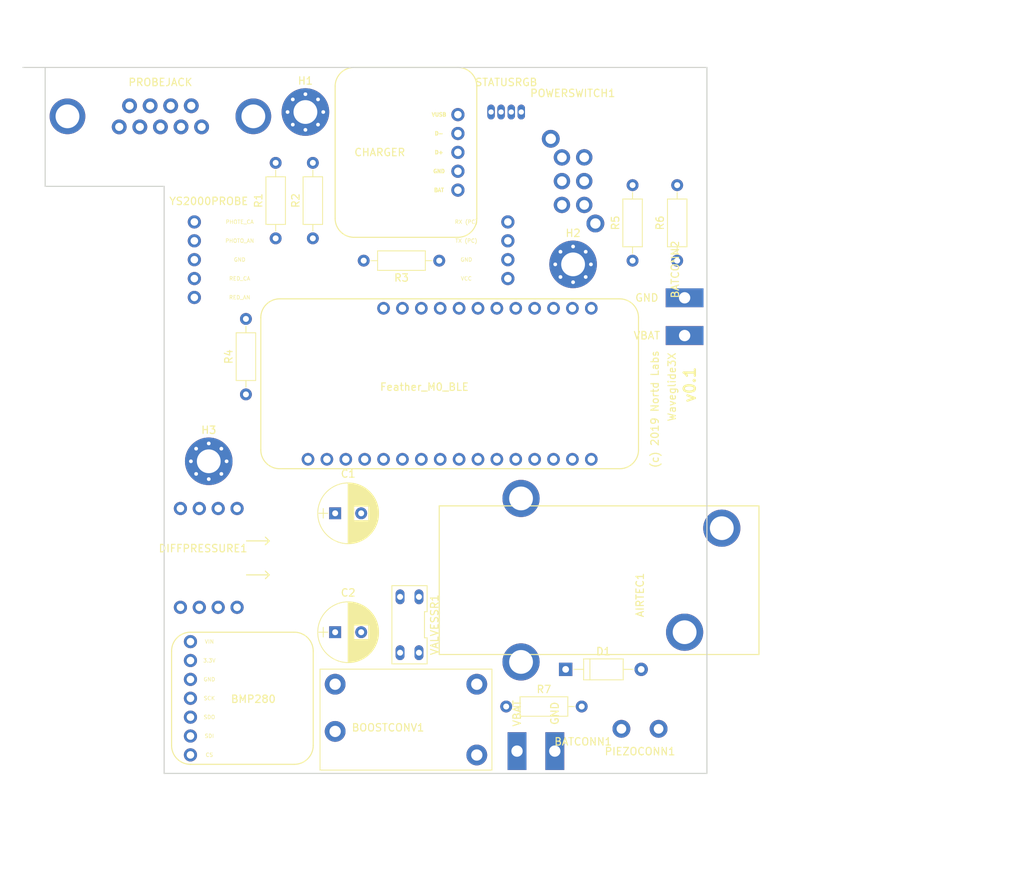
<source format=kicad_pcb>
(kicad_pcb (version 20171130) (host pcbnew 5.1.4-e60b266~84~ubuntu18.04.1)

  (general
    (thickness 1.6)
    (drawings 50)
    (tracks 0)
    (zones 0)
    (modules 27)
    (nets 35)
  )

  (page A4)
  (title_block
    (title WaveGlideNG)
  )

  (layers
    (0 F.Cu signal)
    (31 B.Cu signal)
    (32 B.Adhes user)
    (33 F.Adhes user)
    (34 B.Paste user)
    (35 F.Paste user)
    (36 B.SilkS user)
    (37 F.SilkS user)
    (38 B.Mask user)
    (39 F.Mask user)
    (40 Dwgs.User user)
    (41 Cmts.User user)
    (42 Eco1.User user)
    (43 Eco2.User user)
    (44 Edge.Cuts user)
    (45 Margin user)
    (46 B.CrtYd user)
    (47 F.CrtYd user)
    (48 B.Fab user)
    (49 F.Fab user)
  )

  (setup
    (last_trace_width 0.25)
    (user_trace_width 0.25)
    (user_trace_width 0.5)
    (trace_clearance 0.25)
    (zone_clearance 0.508)
    (zone_45_only no)
    (trace_min 0.25)
    (via_size 0.8)
    (via_drill 0.4)
    (via_min_size 0.4)
    (via_min_drill 0.3)
    (uvia_size 0.3)
    (uvia_drill 0.1)
    (uvias_allowed no)
    (uvia_min_size 0.2)
    (uvia_min_drill 0.1)
    (edge_width 0.15)
    (segment_width 0.2)
    (pcb_text_width 0.3)
    (pcb_text_size 1.5 1.5)
    (mod_edge_width 0.15)
    (mod_text_size 1 1)
    (mod_text_width 0.15)
    (pad_size 1.524 1.524)
    (pad_drill 0.762)
    (pad_to_mask_clearance 0.051)
    (solder_mask_min_width 0.25)
    (aux_axis_origin 0 0)
    (grid_origin 130 76)
    (visible_elements FFFFF77F)
    (pcbplotparams
      (layerselection 0x010e0_ffffffff)
      (usegerberextensions false)
      (usegerberattributes false)
      (usegerberadvancedattributes false)
      (creategerberjobfile false)
      (excludeedgelayer true)
      (linewidth 0.100000)
      (plotframeref false)
      (viasonmask false)
      (mode 1)
      (useauxorigin false)
      (hpglpennumber 1)
      (hpglpenspeed 20)
      (hpglpendiameter 15.000000)
      (psnegative false)
      (psa4output false)
      (plotreference true)
      (plotvalue true)
      (plotinvisibletext false)
      (padsonsilk false)
      (subtractmaskfromsilk false)
      (outputformat 1)
      (mirror false)
      (drillshape 0)
      (scaleselection 1)
      (outputdirectory "gerbers_v0.1/"))
  )

  (net 0 "")
  (net 1 GND)
  (net 2 +3V3)
  (net 3 OUT_BMP280_CS)
  (net 4 IN_DIFFPRES)
  (net 5 IN_USER2)
  (net 6 IN_USER1)
  (net 7 OUT_PIEZO1)
  (net 8 OUT_PIEZO2)
  (net 9 OUT_GREEN)
  (net 10 OUT_BLUE)
  (net 11 OUT_RED)
  (net 12 OUT_VALVE)
  (net 13 "Net-(R1-Pad2)")
  (net 14 "Net-(R2-Pad2)")
  (net 15 "Net-(R3-Pad2)")
  (net 16 "Net-(R4-Pad1)")
  (net 17 PHOTO_CA)
  (net 18 PHOTO_AN)
  (net 19 RED_CA)
  (net 20 RED_AN)
  (net 21 VBAT)
  (net 22 "Net-(BOOSTCONV1-Pad3)")
  (net 23 VBAT_SSR)
  (net 24 VUSB)
  (net 25 VBAT_OFF)
  (net 26 VUSB_SENSE)
  (net 27 VBAT_ON)
  (net 28 "Net-(PROBEJACK1-Pad0)")
  (net 29 MOSI)
  (net 30 MISO)
  (net 31 SCK)
  (net 32 TX)
  (net 33 RX)
  (net 34 "Net-(AIRTEC1-Pad1)")

  (net_class Default "This is the default net class."
    (clearance 0.25)
    (trace_width 0.25)
    (via_dia 0.8)
    (via_drill 0.4)
    (uvia_dia 0.3)
    (uvia_drill 0.1)
    (add_net +3V3)
    (add_net GND)
    (add_net IN_DIFFPRES)
    (add_net IN_USER1)
    (add_net IN_USER2)
    (add_net MISO)
    (add_net MOSI)
    (add_net "Net-(AIRTEC1-Pad1)")
    (add_net "Net-(BMP280-Pad2)")
    (add_net "Net-(BOOSTCONV1-Pad3)")
    (add_net "Net-(CHARGER1-Pad2)")
    (add_net "Net-(CHARGER1-Pad3)")
    (add_net "Net-(DIFFPRESSURE1-Pad1)")
    (add_net "Net-(DIFFPRESSURE1-Pad5)")
    (add_net "Net-(DIFFPRESSURE1-Pad6)")
    (add_net "Net-(DIFFPRESSURE1-Pad7)")
    (add_net "Net-(DIFFPRESSURE1-Pad8)")
    (add_net "Net-(Feather_M0_BLE1-Pad1)")
    (add_net "Net-(Feather_M0_BLE1-Pad16)")
    (add_net "Net-(Feather_M0_BLE1-Pad17)")
    (add_net "Net-(Feather_M0_BLE1-Pad18)")
    (add_net "Net-(Feather_M0_BLE1-Pad21)")
    (add_net "Net-(Feather_M0_BLE1-Pad27)")
    (add_net "Net-(Feather_M0_BLE1-Pad3)")
    (add_net "Net-(Feather_M0_BLE1-Pad8)")
    (add_net "Net-(POWERSWITCH1-Pad7)")
    (add_net "Net-(POWERSWITCH1-Pad8)")
    (add_net "Net-(PROBEJACK1-Pad0)")
    (add_net "Net-(R1-Pad2)")
    (add_net "Net-(R2-Pad2)")
    (add_net "Net-(R3-Pad2)")
    (add_net "Net-(R4-Pad1)")
    (add_net OUT_BLUE)
    (add_net OUT_BMP280_CS)
    (add_net OUT_GREEN)
    (add_net OUT_PIEZO1)
    (add_net OUT_PIEZO2)
    (add_net OUT_RED)
    (add_net OUT_VALVE)
    (add_net PHOTO_AN)
    (add_net PHOTO_CA)
    (add_net RED_AN)
    (add_net RED_CA)
    (add_net RX)
    (add_net SCK)
    (add_net TX)
    (add_net VBAT)
    (add_net VBAT_OFF)
    (add_net VBAT_ON)
    (add_net VBAT_SSR)
    (add_net VUSB)
    (add_net VUSB_SENSE)
  )

  (net_class Power ""
    (clearance 0.5)
    (trace_width 0.75)
    (via_dia 0.8)
    (via_drill 0.4)
    (uvia_dia 0.3)
    (uvia_drill 0.1)
  )

  (module WaveGlide3X:BATCONN (layer F.Cu) (tedit 5DBEF242) (tstamp 5DBFFFD6)
    (at 119 93.54 90)
    (path /5E161BB6)
    (fp_text reference BATCONN2 (at 6.35 -1.27 90) (layer F.SilkS)
      (effects (font (size 1 1) (thickness 0.15)))
    )
    (fp_text value BATCONN (at 7.62 1.27 90) (layer F.Fab)
      (effects (font (size 1 1) (thickness 0.15)))
    )
    (fp_text user GND (at 2.54 -5.08) (layer F.SilkS)
      (effects (font (size 1.016 1.016) (thickness 0.15)))
    )
    (fp_text user VBAT (at -2.54 -5.08) (layer F.SilkS)
      (effects (font (size 1.016 1.016) (thickness 0.15)))
    )
    (pad 2 thru_hole rect (at 2.54 0 90) (size 2.54 5.08) (drill 1.524) (layers *.Cu *.Mask)
      (net 1 GND))
    (pad 1 thru_hole rect (at -2.54 0 90) (size 2.54 5.08) (drill 1.524) (layers *.Cu *.Mask)
      (net 21 VBAT))
  )

  (module WaveGlide3X:BATCONN (layer F.Cu) (tedit 5DBEF242) (tstamp 5DBFFFCE)
    (at 99 152)
    (path /5E16A953)
    (fp_text reference BATCONN1 (at 6.35 -1.27) (layer F.SilkS)
      (effects (font (size 1 1) (thickness 0.15)))
    )
    (fp_text value BATCONN (at 7.62 1.27) (layer F.Fab)
      (effects (font (size 1 1) (thickness 0.15)))
    )
    (fp_text user GND (at 2.54 -5.08 90) (layer F.SilkS)
      (effects (font (size 1.016 1.016) (thickness 0.15)))
    )
    (fp_text user VBAT (at -2.54 -5.08 90) (layer F.SilkS)
      (effects (font (size 1.016 1.016) (thickness 0.15)))
    )
    (pad 2 thru_hole rect (at 2.54 0) (size 2.54 5.08) (drill 1.524) (layers *.Cu *.Mask)
      (net 1 GND))
    (pad 1 thru_hole rect (at -2.54 0) (size 2.54 5.08) (drill 1.524) (layers *.Cu *.Mask)
      (net 21 VBAT))
  )

  (module WaveGlide3X:Airtec_M20 (layer F.Cu) (tedit 5DBEE177) (tstamp 5DBFAFF7)
    (at 129 139 90)
    (path /5E13A9C6)
    (fp_text reference AIRTEC1 (at 8 -16 90) (layer F.SilkS)
      (effects (font (size 1 1) (thickness 0.15)))
    )
    (fp_text value AIRTEC (at 10 -19 90) (layer F.Fab)
      (effects (font (size 1 1) (thickness 0.15)))
    )
    (fp_line (start 6 -47) (end 14 -47) (layer Dwgs.User) (width 0.12))
    (fp_line (start 24 -14) (end 24 -6) (layer Dwgs.User) (width 0.12))
    (fp_line (start -7 -14) (end -7 -9) (layer Dwgs.User) (width 0.12))
    (fp_line (start -6 -14) (end -7 -14) (layer Dwgs.User) (width 0.12))
    (fp_line (start -7 -16) (end -6 -14) (layer Dwgs.User) (width 0.12))
    (fp_line (start -9 -16) (end -7 -16) (layer Dwgs.User) (width 0.12))
    (fp_line (start -10 -14) (end -9 -16) (layer Dwgs.User) (width 0.12))
    (fp_line (start -9 -14) (end -10 -14) (layer Dwgs.User) (width 0.12))
    (fp_line (start -9 -9) (end -9 -14) (layer Dwgs.User) (width 0.12))
    (fp_line (start -13 -9) (end 0 -9) (layer Dwgs.User) (width 0.12))
    (fp_line (start -13 -1) (end -13 -9) (layer Dwgs.User) (width 0.12))
    (fp_line (start 0 -1) (end -13 -1) (layer Dwgs.User) (width 0.12))
    (fp_line (start 24 -14) (end 20 -14) (layer Dwgs.User) (width 0.12))
    (fp_line (start 28 -11) (end 24 -11) (layer Dwgs.User) (width 0.12))
    (fp_line (start 28 -12) (end 28 -11) (layer Dwgs.User) (width 0.12))
    (fp_line (start 30 -11) (end 28 -12) (layer Dwgs.User) (width 0.12))
    (fp_line (start 30 -9) (end 30 -11) (layer Dwgs.User) (width 0.12))
    (fp_line (start 28 -8) (end 30 -9) (layer Dwgs.User) (width 0.12))
    (fp_line (start 28 -9) (end 28 -8) (layer Dwgs.User) (width 0.12))
    (fp_line (start 24 -9) (end 28 -9) (layer Dwgs.User) (width 0.12))
    (fp_line (start 20 -6) (end 24 -6) (layer Dwgs.User) (width 0.12))
    (fp_line (start 11 -51) (end 11 -47) (layer Dwgs.User) (width 0.12))
    (fp_line (start 12 -51) (end 11 -51) (layer Dwgs.User) (width 0.12))
    (fp_line (start 11 -53) (end 12 -51) (layer Dwgs.User) (width 0.12))
    (fp_line (start 9 -53) (end 11 -53) (layer Dwgs.User) (width 0.12))
    (fp_line (start 8 -51) (end 9 -53) (layer Dwgs.User) (width 0.12))
    (fp_line (start 9 -51) (end 8 -51) (layer Dwgs.User) (width 0.12))
    (fp_line (start 9 -47) (end 9 -51) (layer Dwgs.User) (width 0.12))
    (fp_line (start 14 -47) (end 14 -43) (layer Dwgs.User) (width 0.12))
    (fp_line (start 6 -43) (end 6 -47) (layer Dwgs.User) (width 0.12))
    (fp_arc (start 21 -32) (end 21 -30) (angle -180) (layer Dwgs.User) (width 0.12))
    (fp_line (start 14 -30) (end 21 -30) (layer Dwgs.User) (width 0.12))
    (fp_line (start 14 -34) (end 14 -30) (layer Dwgs.User) (width 0.12))
    (fp_line (start 14 -34) (end 21 -34) (layer Dwgs.User) (width 0.12))
    (fp_line (start -1 -30) (end 3 -30) (layer Dwgs.User) (width 0.12))
    (fp_line (start 6 -30) (end -1 -30) (layer Dwgs.User) (width 0.12))
    (fp_line (start 6 -34) (end 6 -30) (layer Dwgs.User) (width 0.12))
    (fp_line (start -1 -34) (end 6 -34) (layer Dwgs.User) (width 0.12))
    (fp_arc (start -1 -32) (end -1 -34) (angle -180) (layer Dwgs.User) (width 0.12))
    (fp_line (start 18 -24) (end 18 -40) (layer Dwgs.User) (width 0.12))
    (fp_line (start 2 -24) (end 18 -24) (layer Dwgs.User) (width 0.12))
    (fp_line (start 2 -40) (end 2 -24) (layer Dwgs.User) (width 0.12))
    (fp_line (start 2 -40) (end 18 -40) (layer Dwgs.User) (width 0.12))
    (fp_line (start 20 0) (end 0 0) (layer F.SilkS) (width 0.15))
    (fp_line (start 20 -43) (end 20 0) (layer F.SilkS) (width 0.15))
    (fp_line (start 0 -43) (end 20 -43) (layer F.SilkS) (width 0.15))
    (fp_line (start 0 0) (end 0 -43) (layer F.SilkS) (width 0.15))
    (pad "" thru_hole circle (at 3 -10 90) (size 5 5) (drill 3.2) (layers *.Cu *.Mask))
    (pad "" thru_hole circle (at 17 -5 90) (size 5 5) (drill 3.2) (layers *.Cu *.Mask))
    (pad 2 thru_hole circle (at 21 -32 90) (size 5 5) (drill 3.2) (layers *.Cu *.Mask)
      (net 1 GND))
    (pad 1 thru_hole circle (at -1 -32 90) (size 5 5) (drill 3.2) (layers *.Cu *.Mask)
      (net 34 "Net-(AIRTEC1-Pad1)"))
  )

  (module Mounting_Holes:MountingHole_3.2mm_M3_Pad_Via (layer F.Cu) (tedit 56DDBCCA) (tstamp 5DBFE81E)
    (at 68 66)
    (descr "Mounting Hole 3.2mm, M3")
    (tags "mounting hole 3.2mm m3")
    (path /5D7BD1F8)
    (attr virtual)
    (fp_text reference H1 (at 0 -4.2) (layer F.SilkS)
      (effects (font (size 1 1) (thickness 0.15)))
    )
    (fp_text value MountingHole (at 0 4.2) (layer F.Fab) hide
      (effects (font (size 1 1) (thickness 0.15)))
    )
    (fp_text user %R (at 0.3 0) (layer F.Fab)
      (effects (font (size 1 1) (thickness 0.15)))
    )
    (fp_circle (center 0 0) (end 3.2 0) (layer Cmts.User) (width 0.15))
    (fp_circle (center 0 0) (end 3.45 0) (layer F.CrtYd) (width 0.05))
    (pad 1 thru_hole circle (at 0 0) (size 6.4 6.4) (drill 3.2) (layers *.Cu *.Mask))
    (pad 1 thru_hole circle (at 2.4 0) (size 0.8 0.8) (drill 0.5) (layers *.Cu *.Mask))
    (pad 1 thru_hole circle (at 1.697056 1.697056) (size 0.8 0.8) (drill 0.5) (layers *.Cu *.Mask))
    (pad 1 thru_hole circle (at 0 2.4) (size 0.8 0.8) (drill 0.5) (layers *.Cu *.Mask))
    (pad 1 thru_hole circle (at -1.697056 1.697056) (size 0.8 0.8) (drill 0.5) (layers *.Cu *.Mask))
    (pad 1 thru_hole circle (at -2.4 0) (size 0.8 0.8) (drill 0.5) (layers *.Cu *.Mask))
    (pad 1 thru_hole circle (at -1.697056 -1.697056) (size 0.8 0.8) (drill 0.5) (layers *.Cu *.Mask))
    (pad 1 thru_hole circle (at 0 -2.4) (size 0.8 0.8) (drill 0.5) (layers *.Cu *.Mask))
    (pad 1 thru_hole circle (at 1.697056 -1.697056) (size 0.8 0.8) (drill 0.5) (layers *.Cu *.Mask))
  )

  (module Mounting_Holes:MountingHole_3.2mm_M3_Pad_Via (layer F.Cu) (tedit 56DDBCCA) (tstamp 5DBFD9EA)
    (at 55 113)
    (descr "Mounting Hole 3.2mm, M3")
    (tags "mounting hole 3.2mm m3")
    (path /5D7BDA46)
    (attr virtual)
    (fp_text reference H3 (at 0 -4.2) (layer F.SilkS)
      (effects (font (size 1 1) (thickness 0.15)))
    )
    (fp_text value MountingHole (at 0 4.2) (layer F.Fab) hide
      (effects (font (size 1 1) (thickness 0.15)))
    )
    (fp_text user %R (at 0.3 0) (layer F.Fab)
      (effects (font (size 1 1) (thickness 0.15)))
    )
    (fp_circle (center 0 0) (end 3.2 0) (layer Cmts.User) (width 0.15))
    (fp_circle (center 0 0) (end 3.45 0) (layer F.CrtYd) (width 0.05))
    (pad 1 thru_hole circle (at 0 0) (size 6.4 6.4) (drill 3.2) (layers *.Cu *.Mask))
    (pad 1 thru_hole circle (at 2.4 0) (size 0.8 0.8) (drill 0.5) (layers *.Cu *.Mask))
    (pad 1 thru_hole circle (at 1.697056 1.697056) (size 0.8 0.8) (drill 0.5) (layers *.Cu *.Mask))
    (pad 1 thru_hole circle (at 0 2.4) (size 0.8 0.8) (drill 0.5) (layers *.Cu *.Mask))
    (pad 1 thru_hole circle (at -1.697056 1.697056) (size 0.8 0.8) (drill 0.5) (layers *.Cu *.Mask))
    (pad 1 thru_hole circle (at -2.4 0) (size 0.8 0.8) (drill 0.5) (layers *.Cu *.Mask))
    (pad 1 thru_hole circle (at -1.697056 -1.697056) (size 0.8 0.8) (drill 0.5) (layers *.Cu *.Mask))
    (pad 1 thru_hole circle (at 0 -2.4) (size 0.8 0.8) (drill 0.5) (layers *.Cu *.Mask))
    (pad 1 thru_hole circle (at 1.697056 -1.697056) (size 0.8 0.8) (drill 0.5) (layers *.Cu *.Mask))
  )

  (module Mounting_Holes:MountingHole_3.2mm_M3_Pad_Via (layer F.Cu) (tedit 56DDBCCA) (tstamp 5DBFD9E7)
    (at 104 86.5)
    (descr "Mounting Hole 3.2mm, M3")
    (tags "mounting hole 3.2mm m3")
    (path /5D7BD7B4)
    (attr virtual)
    (fp_text reference H2 (at 0 -4.2) (layer F.SilkS)
      (effects (font (size 1 1) (thickness 0.15)))
    )
    (fp_text value MountingHole (at 0 4.2) (layer F.Fab) hide
      (effects (font (size 1 1) (thickness 0.15)))
    )
    (fp_text user %R (at 0.3 0) (layer F.Fab)
      (effects (font (size 1 1) (thickness 0.15)))
    )
    (fp_circle (center 0 0) (end 3.2 0) (layer Cmts.User) (width 0.15))
    (fp_circle (center 0 0) (end 3.45 0) (layer F.CrtYd) (width 0.05))
    (pad 1 thru_hole circle (at 0 0) (size 6.4 6.4) (drill 3.2) (layers *.Cu *.Mask))
    (pad 1 thru_hole circle (at 2.4 0) (size 0.8 0.8) (drill 0.5) (layers *.Cu *.Mask))
    (pad 1 thru_hole circle (at 1.697056 1.697056) (size 0.8 0.8) (drill 0.5) (layers *.Cu *.Mask))
    (pad 1 thru_hole circle (at 0 2.4) (size 0.8 0.8) (drill 0.5) (layers *.Cu *.Mask))
    (pad 1 thru_hole circle (at -1.697056 1.697056) (size 0.8 0.8) (drill 0.5) (layers *.Cu *.Mask))
    (pad 1 thru_hole circle (at -2.4 0) (size 0.8 0.8) (drill 0.5) (layers *.Cu *.Mask))
    (pad 1 thru_hole circle (at -1.697056 -1.697056) (size 0.8 0.8) (drill 0.5) (layers *.Cu *.Mask))
    (pad 1 thru_hole circle (at 0 -2.4) (size 0.8 0.8) (drill 0.5) (layers *.Cu *.Mask))
    (pad 1 thru_hole circle (at 1.697056 -1.697056) (size 0.8 0.8) (drill 0.5) (layers *.Cu *.Mask))
  )

  (module WaveGlide3X:YS2000 (layer F.Cu) (tedit 5DBEC56C) (tstamp 5DBFED54)
    (at 49 110)
    (path /5E0B47A2)
    (fp_text reference YS2000PROBE1 (at 24.384 -20.066) (layer F.SilkS) hide
      (effects (font (size 1 1) (thickness 0.15)))
    )
    (fp_text value YS2000PROBE (at 6 -32) (layer F.SilkS)
      (effects (font (size 1 1) (thickness 0.15)))
    )
    (fp_line (start 50.292 -15.24) (end 50.292 -40.132) (layer F.CrtYd) (width 0.12))
    (fp_line (start 50.292 -7.62) (end 50.292 0) (layer F.CrtYd) (width 0.12))
    (fp_line (start 52.832 -15.24) (end 50.292 -15.24) (layer F.CrtYd) (width 0.12))
    (fp_line (start 52.832 -7.62) (end 52.832 -15.24) (layer F.CrtYd) (width 0.12))
    (fp_line (start 50.292 -7.62) (end 52.832 -7.62) (layer F.CrtYd) (width 0.12))
    (fp_text user PHOTE_CA (at 10.16 -29.21) (layer F.SilkS)
      (effects (font (size 0.508 0.508) (thickness 0.0762)))
    )
    (fp_text user PHOTO_AN (at 10.16 -26.67) (layer F.SilkS)
      (effects (font (size 0.508 0.508) (thickness 0.0762)))
    )
    (fp_text user GND (at 10.16 -24.13) (layer F.SilkS)
      (effects (font (size 0.508 0.508) (thickness 0.0762)))
    )
    (fp_text user RED_CA (at 10.16 -21.59) (layer F.SilkS)
      (effects (font (size 0.508 0.508) (thickness 0.0762)))
    )
    (fp_text user RED_AN (at 10.16 -19.05) (layer F.SilkS)
      (effects (font (size 0.508 0.508) (thickness 0.0762)))
    )
    (fp_text user VCC (at 40.64 -21.59) (layer F.SilkS)
      (effects (font (size 0.508 0.508) (thickness 0.0762)))
    )
    (fp_text user GND (at 40.64 -24.13) (layer F.SilkS)
      (effects (font (size 0.508 0.508) (thickness 0.0762)))
    )
    (fp_text user "TX (PC)" (at 40.64 -26.67) (layer F.SilkS)
      (effects (font (size 0.508 0.508) (thickness 0.0762)))
    )
    (fp_text user "RX (PC)" (at 40.64 -29.21) (layer F.SilkS)
      (effects (font (size 0.508 0.508) (thickness 0.0762)))
    )
    (fp_line (start 44.704 -19.812) (end 49.022 -19.812) (layer Dwgs.User) (width 0.12))
    (fp_line (start 44.704 -30.988) (end 49.022 -30.988) (layer Dwgs.User) (width 0.12))
    (fp_line (start 49.022 -30.988) (end 49.022 -19.812) (layer Dwgs.User) (width 0.12))
    (fp_line (start 44.704 -30.988) (end 44.704 -19.812) (layer Dwgs.User) (width 0.12))
    (fp_line (start 5.588 -7.62) (end 1.27 -7.62) (layer Dwgs.User) (width 0.12))
    (fp_line (start 5.588 -30.988) (end 5.588 -7.62) (layer Dwgs.User) (width 0.12))
    (fp_line (start 1.27 -30.988) (end 5.588 -30.988) (layer Dwgs.User) (width 0.12))
    (fp_line (start 1.27 -7.62) (end 1.27 -30.988) (layer Dwgs.User) (width 0.12))
    (fp_line (start 0 -40.132) (end 50.292 -40.132) (layer F.CrtYd) (width 0.12))
    (fp_line (start 0 0) (end 50.292 0) (layer F.CrtYd) (width 0.12))
    (fp_line (start 0 -40.132) (end 0 0) (layer F.CrtYd) (width 0.12))
    (fp_circle (center 4.064 -36.068) (end 4.064 -38.1) (layer Dwgs.User) (width 0.12))
    (fp_circle (center 46.228 -36.068) (end 46.228 -38.1) (layer Dwgs.User) (width 0.12))
    (fp_circle (center 46.228 -4.064) (end 46.228 -2.032) (layer Dwgs.User) (width 0.12))
    (fp_circle (center 4.064 -4.064) (end 4.064 -2.032) (layer Dwgs.User) (width 0.12))
    (pad 9 thru_hole circle (at 4.064 -29.21) (size 1.778 1.778) (drill 1.016) (layers *.Cu *.Mask)
      (net 17 PHOTO_CA))
    (pad 8 thru_hole circle (at 4.064 -26.67) (size 1.778 1.778) (drill 1.016) (layers *.Cu *.Mask)
      (net 18 PHOTO_AN))
    (pad 7 thru_hole circle (at 4.064 -24.13) (size 1.778 1.778) (drill 1.016) (layers *.Cu *.Mask)
      (net 1 GND))
    (pad 6 thru_hole circle (at 4.064 -21.59) (size 1.778 1.778) (drill 1.016) (layers *.Cu *.Mask)
      (net 19 RED_CA))
    (pad 5 thru_hole circle (at 4.064 -19.05) (size 1.778 1.778) (drill 1.016) (layers *.Cu *.Mask)
      (net 20 RED_AN))
    (pad 4 thru_hole circle (at 46.228 -21.59) (size 1.778 1.778) (drill 1.016) (layers *.Cu *.Mask)
      (net 1 GND))
    (pad 3 thru_hole circle (at 46.228 -24.13) (size 1.778 1.778) (drill 1.016) (layers *.Cu *.Mask)
      (net 2 +3V3))
    (pad 2 thru_hole circle (at 46.228 -26.67) (size 1.778 1.778) (drill 1.016) (layers *.Cu *.Mask)
      (net 32 TX))
    (pad 1 thru_hole circle (at 46.228 -29.21) (size 1.778 1.778) (drill 1.016) (layers *.Cu *.Mask)
      (net 33 RX))
  )

  (module WaveGlide3X:DIFFPRESS (layer F.Cu) (tedit 5DBEB3B7) (tstamp 5DBFF37F)
    (at 55 126 180)
    (descr SSCMRRN001PDAA3)
    (path /5D8F224A)
    (fp_text reference DIFFPRESSURE1 (at 0.762 1.27 180) (layer F.SilkS)
      (effects (font (size 1 1) (thickness 0.15)))
    )
    (fp_text value PressSensor (at 0 -1.27) (layer F.Fab)
      (effects (font (size 1 1) (thickness 0.15)))
    )
    (fp_line (start -8.128 2.286) (end -7.62 2.794) (layer F.SilkS) (width 0.15))
    (fp_line (start -7.62 1.778) (end -8.128 2.286) (layer F.SilkS) (width 0.15))
    (fp_line (start -8.128 2.286) (end -7.62 1.778) (layer F.SilkS) (width 0.15))
    (fp_line (start -5.08 2.286) (end -8.128 2.286) (layer F.SilkS) (width 0.15))
    (fp_line (start -8.128 -2.286) (end -7.62 -1.778) (layer F.SilkS) (width 0.15))
    (fp_line (start -8.128 -2.286) (end -7.62 -2.794) (layer F.SilkS) (width 0.15))
    (fp_line (start -5.08 -2.286) (end -8.128 -2.286) (layer F.SilkS) (width 0.15))
    (fp_line (start -5.08 3.048) (end -5.08 6.858) (layer F.CrtYd) (width 0.12))
    (fp_line (start -5.08 -1.524) (end -5.08 1.524) (layer F.CrtYd) (width 0.12))
    (fp_line (start -5.08 -6.858) (end -5.08 -3.048) (layer F.CrtYd) (width 0.12))
    (fp_line (start -8.128 -3.048) (end -5.08 -3.048) (layer F.CrtYd) (width 0.12))
    (fp_line (start -8.128 -3.302) (end -8.128 -3.048) (layer F.CrtYd) (width 0.12))
    (fp_line (start -9.144 -2.794) (end -8.128 -3.302) (layer F.CrtYd) (width 0.12))
    (fp_line (start -9.144 -1.778) (end -9.144 -2.794) (layer F.CrtYd) (width 0.12))
    (fp_line (start -8.128 -1.27) (end -9.144 -1.778) (layer F.CrtYd) (width 0.12))
    (fp_line (start -8.128 -1.524) (end -8.128 -1.27) (layer F.CrtYd) (width 0.12))
    (fp_line (start -5.08 -1.524) (end -8.128 -1.524) (layer F.CrtYd) (width 0.12))
    (fp_line (start -8.128 1.524) (end -5.08 1.524) (layer F.CrtYd) (width 0.12))
    (fp_line (start -8.128 1.27) (end -8.128 1.524) (layer F.CrtYd) (width 0.12))
    (fp_line (start -9.144 1.778) (end -8.128 1.27) (layer F.CrtYd) (width 0.12))
    (fp_line (start -9.144 2.794) (end -9.144 1.778) (layer F.CrtYd) (width 0.12))
    (fp_line (start -8.128 3.302) (end -9.144 2.794) (layer F.CrtYd) (width 0.12))
    (fp_line (start -8.128 3.048) (end -8.128 3.302) (layer F.CrtYd) (width 0.12))
    (fp_line (start -5.08 3.048) (end -8.128 3.048) (layer F.CrtYd) (width 0.12))
    (fp_line (start 5.08 -6.858) (end -5.08 -6.858) (layer F.CrtYd) (width 0.12))
    (fp_line (start 5.08 6.858) (end 5.08 -6.858) (layer F.CrtYd) (width 0.12))
    (fp_line (start -5.08 6.858) (end 5.08 6.858) (layer F.CrtYd) (width 0.12))
    (pad 4 thru_hole circle (at 3.81 6.65 180) (size 1.778 1.778) (drill 1.016) (layers *.Cu *.Mask)
      (net 1 GND))
    (pad 5 thru_hole circle (at 3.81 -6.65 180) (size 1.778 1.778) (drill 1.016) (layers *.Cu *.Mask))
    (pad 3 thru_hole circle (at 1.27 6.65 180) (size 1.778 1.778) (drill 1.016) (layers *.Cu *.Mask)
      (net 4 IN_DIFFPRES))
    (pad 6 thru_hole circle (at 1.27 -6.65 180) (size 1.778 1.778) (drill 1.016) (layers *.Cu *.Mask))
    (pad 2 thru_hole circle (at -1.27 6.65 180) (size 1.778 1.778) (drill 1.016) (layers *.Cu *.Mask)
      (net 2 +3V3))
    (pad 7 thru_hole circle (at -1.27 -6.65 180) (size 1.778 1.778) (drill 1.016) (layers *.Cu *.Mask))
    (pad 1 thru_hole circle (at -3.81 6.65 180) (size 1.778 1.778) (drill 1.016) (layers *.Cu *.Mask))
    (pad 8 thru_hole circle (at -3.81 -6.65 180) (size 1.778 1.778) (drill 1.016) (layers *.Cu *.Mask))
  )

  (module WaveGlide3X:PTN04050CAD (layer F.Cu) (tedit 5DBEAE91) (tstamp 5DBF4818)
    (at 72 143)
    (path /5DCE1CAF)
    (fp_text reference BOOSTCONV1 (at 7.112 5.842) (layer F.SilkS)
      (effects (font (size 1 1) (thickness 0.15)))
    )
    (fp_text value BOOSTCONV (at 10.16 3.556) (layer F.Fab)
      (effects (font (size 1 1) (thickness 0.15)))
    )
    (fp_line (start -2.032 11.557) (end -2.032 -2.032) (layer F.SilkS) (width 0.12))
    (fp_line (start 21.082 11.557) (end -2.032 11.557) (layer F.SilkS) (width 0.12))
    (fp_line (start 21.082 -2.032) (end 21.082 11.557) (layer F.SilkS) (width 0.12))
    (fp_line (start -2.032 -2.032) (end 21.082 -2.032) (layer F.SilkS) (width 0.12))
    (pad 4 thru_hole circle (at 19.05 0) (size 2.794 2.794) (drill 1.524) (layers *.Cu *.Mask)
      (net 34 "Net-(AIRTEC1-Pad1)"))
    (pad 3 thru_hole circle (at 19.05 9.525) (size 2.794 2.794) (drill 1.524) (layers *.Cu *.Mask)
      (net 22 "Net-(BOOSTCONV1-Pad3)"))
    (pad 2 thru_hole circle (at 0 6.35) (size 2.794 2.794) (drill 1.524) (layers *.Cu *.Mask)
      (net 23 VBAT_SSR))
    (pad 1 thru_hole circle (at 0 0) (size 2.794 2.794) (drill 1.524) (layers *.Cu *.Mask)
      (net 1 GND))
  )

  (module WaveGlide3X:Feather_M0_BLE (layer F.Cu) (tedit 5DBEADE1) (tstamp 5DBFEF3C)
    (at 62 114)
    (path /5DEF7DEA)
    (fp_text reference Feather_M0_BLE1 (at 22.86 -10.16) (layer F.SilkS) hide
      (effects (font (size 1 1) (thickness 0.15)))
    )
    (fp_text value Feather_M0_BLE (at 22 -11) (layer F.SilkS)
      (effects (font (size 1 1) (thickness 0.15)))
    )
    (fp_line (start 48.26 -23.114) (end 2.54 -23.114) (layer F.CrtYd) (width 0.12))
    (fp_line (start 51.054 -15.24) (end 51.054 -20.32) (layer F.CrtYd) (width 0.12))
    (fp_line (start 51.562 -15.24) (end 51.054 -15.24) (layer F.CrtYd) (width 0.12))
    (fp_line (start 51.562 -7.62) (end 51.562 -15.24) (layer F.CrtYd) (width 0.12))
    (fp_line (start 51.054 -7.62) (end 51.562 -7.62) (layer F.CrtYd) (width 0.12))
    (fp_line (start 51.054 -2.54) (end 51.054 -7.62) (layer F.CrtYd) (width 0.12))
    (fp_line (start 2.54 0.254) (end 48.26 0.254) (layer F.CrtYd) (width 0.12))
    (fp_line (start -0.254 -20.32) (end -0.254 -2.54) (layer F.CrtYd) (width 0.12))
    (fp_arc (start 48.26 -20.32) (end 51.054 -20.32) (angle -90) (layer F.CrtYd) (width 0.12))
    (fp_arc (start 48.26 -2.54) (end 48.26 0.254) (angle -90) (layer F.CrtYd) (width 0.12))
    (fp_arc (start 2.54 -2.54) (end -0.254 -2.54) (angle -90) (layer F.CrtYd) (width 0.12))
    (fp_arc (start 2.54 -20.32) (end 2.54 -23.114) (angle -90) (layer F.CrtYd) (width 0.12))
    (fp_line (start 48.26 -22.86) (end 2.54 -22.86) (layer F.SilkS) (width 0.15))
    (fp_line (start 50.8 -2.54) (end 50.8 -20.32) (layer F.SilkS) (width 0.15))
    (fp_line (start 2.54 0) (end 48.26 0) (layer F.SilkS) (width 0.15))
    (fp_line (start 0 -20.32) (end 0 -2.54) (layer F.SilkS) (width 0.15))
    (fp_arc (start 48.26 -20.32) (end 50.8 -20.32) (angle -90) (layer F.SilkS) (width 0.15))
    (fp_arc (start 48.26 -2.54) (end 48.26 0) (angle -90) (layer F.SilkS) (width 0.15))
    (fp_arc (start 2.54 -2.54) (end 0 -2.54) (angle -90) (layer F.SilkS) (width 0.15))
    (fp_arc (start 2.54 -20.32) (end 2.54 -22.86) (angle -90) (layer F.SilkS) (width 0.15))
    (fp_circle (center 2.54 -2.54) (end 2.54 -3.81) (layer F.CrtYd) (width 0.12))
    (fp_circle (center 2.54 -20.32) (end 2.54 -19.05) (layer F.CrtYd) (width 0.12))
    (fp_circle (center 48.26 -20.32) (end 48.26 -19.05) (layer F.CrtYd) (width 0.12))
    (fp_circle (center 48.26 -2.54) (end 49.53 -2.54) (layer F.CrtYd) (width 0.12))
    (pad 28 thru_hole circle (at 16.51 -21.59) (size 1.7 1.7) (drill 1) (layers *.Cu *.Mask)
      (net 27 VBAT_ON))
    (pad 27 thru_hole circle (at 19.05 -21.59) (size 1.7 1.7) (drill 1) (layers *.Cu *.Mask))
    (pad 26 thru_hole circle (at 21.59 -21.59) (size 1.7 1.7) (drill 1) (layers *.Cu *.Mask)
      (net 24 VUSB))
    (pad 25 thru_hole circle (at 24.13 -21.59) (size 1.7 1.7) (drill 1) (layers *.Cu *.Mask)
      (net 12 OUT_VALVE))
    (pad 24 thru_hole circle (at 26.67 -21.59) (size 1.7 1.7) (drill 1) (layers *.Cu *.Mask)
      (net 11 OUT_RED))
    (pad 23 thru_hole circle (at 29.21 -21.59) (size 1.7 1.7) (drill 1) (layers *.Cu *.Mask)
      (net 10 OUT_BLUE))
    (pad 22 thru_hole circle (at 31.75 -21.59) (size 1.7 1.7) (drill 1) (layers *.Cu *.Mask)
      (net 9 OUT_GREEN))
    (pad 21 thru_hole circle (at 34.29 -21.59) (size 1.7 1.7) (drill 1) (layers *.Cu *.Mask))
    (pad 20 thru_hole circle (at 36.83 -21.59) (size 1.7 1.7) (drill 1) (layers *.Cu *.Mask)
      (net 8 OUT_PIEZO2))
    (pad 19 thru_hole circle (at 39.37 -21.59) (size 1.7 1.7) (drill 1) (layers *.Cu *.Mask)
      (net 7 OUT_PIEZO1))
    (pad 18 thru_hole circle (at 41.91 -21.59) (size 1.7 1.7) (drill 1) (layers *.Cu *.Mask))
    (pad 17 thru_hole circle (at 44.45 -21.59) (size 1.7 1.7) (drill 1) (layers *.Cu *.Mask))
    (pad 16 thru_hole circle (at 44.45 -1.27) (size 1.7 1.7) (drill 1) (layers *.Cu *.Mask))
    (pad 15 thru_hole circle (at 41.91 -1.27) (size 1.7 1.7) (drill 1) (layers *.Cu *.Mask)
      (net 32 TX))
    (pad 14 thru_hole circle (at 39.37 -1.27) (size 1.7 1.7) (drill 1) (layers *.Cu *.Mask)
      (net 33 RX))
    (pad 13 thru_hole circle (at 36.83 -1.27) (size 1.7 1.7) (drill 1) (layers *.Cu *.Mask)
      (net 29 MOSI))
    (pad 12 thru_hole circle (at 34.29 -1.27) (size 1.7 1.7) (drill 1) (layers *.Cu *.Mask)
      (net 30 MISO))
    (pad 11 thru_hole circle (at 31.75 -1.27) (size 1.7 1.7) (drill 1) (layers *.Cu *.Mask)
      (net 31 SCK))
    (pad 10 thru_hole circle (at 29.21 -1.27) (size 1.7 1.7) (drill 1) (layers *.Cu *.Mask)
      (net 3 OUT_BMP280_CS))
    (pad 9 thru_hole circle (at 26.67 -1.27) (size 1.7 1.7) (drill 1) (layers *.Cu *.Mask)
      (net 4 IN_DIFFPRES))
    (pad 8 thru_hole circle (at 24.13 -1.27) (size 1.7 1.7) (drill 1) (layers *.Cu *.Mask))
    (pad 7 thru_hole circle (at 21.59 -1.27) (size 1.7 1.7) (drill 1) (layers *.Cu *.Mask)
      (net 5 IN_USER2))
    (pad 6 thru_hole circle (at 19.05 -1.27) (size 1.7 1.7) (drill 1) (layers *.Cu *.Mask)
      (net 6 IN_USER1))
    (pad 5 thru_hole circle (at 16.51 -1.27) (size 1.7 1.7) (drill 1) (layers *.Cu *.Mask)
      (net 26 VUSB_SENSE))
    (pad 4 thru_hole circle (at 13.97 -1.27) (size 1.7 1.7) (drill 1) (layers *.Cu *.Mask)
      (net 1 GND))
    (pad 3 thru_hole circle (at 11.43 -1.27) (size 1.7 1.7) (drill 1) (layers *.Cu *.Mask))
    (pad 2 thru_hole circle (at 8.89 -1.27) (size 1.7 1.7) (drill 1) (layers *.Cu *.Mask)
      (net 2 +3V3))
    (pad 1 thru_hole circle (at 6.35 -1.27) (size 1.7 1.7) (drill 1) (layers *.Cu *.Mask))
  )

  (module WaveGlide3X:Adafruit_Charger_4410 (layer F.Cu) (tedit 5DBEAC54) (tstamp 5DBF224E)
    (at 72 60 270)
    (path /5DC2327E)
    (fp_text reference CHARGER1 (at 11.938 -7.62 90) (layer F.SilkS) hide
      (effects (font (size 1 1) (thickness 0.15)))
    )
    (fp_text value CHARGER (at 11.43 -6 180) (layer F.SilkS)
      (effects (font (size 1 1) (thickness 0.15)))
    )
    (fp_line (start 20.32 -19.304) (end 2.54 -19.304) (layer F.CrtYd) (width 0.12))
    (fp_line (start 23.114 -2.54) (end 23.114 -16.51) (layer F.CrtYd) (width 0.12))
    (fp_line (start 2.54 0.254) (end 20.32 0.254) (layer F.CrtYd) (width 0.12))
    (fp_line (start -0.254 -5.08) (end -0.254 -2.54) (layer F.CrtYd) (width 0.12))
    (fp_line (start -0.254 -16.51) (end -0.254 -13.97) (layer F.CrtYd) (width 0.12))
    (fp_arc (start 20.32 -16.51) (end 23.114 -16.51) (angle -90) (layer F.CrtYd) (width 0.12))
    (fp_arc (start 20.32 -2.54) (end 20.32 0.254) (angle -90) (layer F.CrtYd) (width 0.12))
    (fp_arc (start 2.54 -2.54) (end -0.254 -2.54) (angle -90) (layer F.CrtYd) (width 0.12))
    (fp_arc (start 2.54 -16.51) (end 2.54 -19.304) (angle -90) (layer F.CrtYd) (width 0.12))
    (fp_line (start -1.27 -13.97) (end -0.254 -13.97) (layer F.CrtYd) (width 0.12))
    (fp_line (start -1.27 -5.08) (end -1.27 -13.97) (layer F.CrtYd) (width 0.12))
    (fp_line (start 0 -16.51) (end 0 -2.54) (layer F.SilkS) (width 0.15))
    (fp_line (start 20.32 -19.05) (end 2.54 -19.05) (layer F.SilkS) (width 0.15))
    (fp_line (start 22.86 -2.54) (end 22.86 -16.51) (layer F.SilkS) (width 0.15))
    (fp_line (start 2.54 0) (end 20.32 0) (layer F.SilkS) (width 0.15))
    (fp_arc (start 2.54 -16.51) (end 2.54 -19.05) (angle -90) (layer F.SilkS) (width 0.15))
    (fp_arc (start 20.32 -16.51) (end 22.86 -16.51) (angle -90) (layer F.SilkS) (width 0.15))
    (fp_arc (start 20.32 -2.54) (end 20.32 0) (angle -90) (layer F.SilkS) (width 0.15))
    (fp_arc (start 2.54 -2.54) (end 0 -2.54) (angle -90) (layer F.SilkS) (width 0.15))
    (fp_text user BAT (at 16.51 -13.97) (layer F.SilkS)
      (effects (font (size 0.5 0.5) (thickness 0.125)))
    )
    (fp_text user GND (at 13.97 -13.97) (layer F.SilkS)
      (effects (font (size 0.5 0.5) (thickness 0.125)))
    )
    (fp_text user D+ (at 11.43 -13.97) (layer F.SilkS)
      (effects (font (size 0.5 0.5) (thickness 0.125)))
    )
    (fp_text user D- (at 8.89 -13.97) (layer F.SilkS)
      (effects (font (size 0.5 0.5) (thickness 0.125)))
    )
    (fp_text user VUSB (at 6.35 -13.97) (layer F.SilkS)
      (effects (font (size 0.5 0.5) (thickness 0.125)))
    )
    (fp_line (start -1.27 -5.08) (end -0.254 -5.08) (layer F.CrtYd) (width 0.12))
    (fp_circle (center 2.54 -2.54) (end 2.54 -1.27) (layer Dwgs.User) (width 0.12))
    (fp_circle (center 20.32 -2.54) (end 20.32 -1.27) (layer Dwgs.User) (width 0.12))
    (fp_circle (center 20.32 -16.51) (end 20.32 -17.78) (layer Dwgs.User) (width 0.12))
    (fp_circle (center 2.54 -16.51) (end 2.54 -17.78) (layer Dwgs.User) (width 0.12))
    (pad 5 thru_hole circle (at 16.51 -16.51 270) (size 1.778 1.778) (drill 1.016) (layers *.Cu *.Mask)
      (net 25 VBAT_OFF))
    (pad 4 thru_hole circle (at 13.97 -16.51 270) (size 1.778 1.778) (drill 1.016) (layers *.Cu *.Mask)
      (net 1 GND))
    (pad 3 thru_hole circle (at 11.43 -16.51 270) (size 1.778 1.778) (drill 1.016) (layers *.Cu *.Mask))
    (pad 2 thru_hole circle (at 8.89 -16.51 270) (size 1.778 1.778) (drill 1.016) (layers *.Cu *.Mask))
    (pad 1 thru_hole circle (at 6.35 -16.51 270) (size 1.778 1.778) (drill 1.016) (layers *.Cu *.Mask)
      (net 24 VUSB))
  )

  (module WaveGlide3X:Adafruit_BMP280 (layer F.Cu) (tedit 5DBEAAFC) (tstamp 5DBF0D03)
    (at 50 136 270)
    (path /5D7C07D6)
    (fp_text reference BMP280 (at 9 -11 180) (layer F.SilkS)
      (effects (font (size 1 1) (thickness 0.15)))
    )
    (fp_text value BMP280 (at 8.89 -11.43 90) (layer F.Fab) hide
      (effects (font (size 1 1) (thickness 0.15)))
    )
    (fp_text user CS (at 16.51 -5.08) (layer F.SilkS)
      (effects (font (size 0.508 0.508) (thickness 0.0762)))
    )
    (fp_text user SDI (at 13.97 -5.08) (layer F.SilkS)
      (effects (font (size 0.508 0.508) (thickness 0.0762)))
    )
    (fp_text user SDO (at 11.43 -5.08) (layer F.SilkS)
      (effects (font (size 0.508 0.508) (thickness 0.0762)))
    )
    (fp_text user SCK (at 8.89 -5.08) (layer F.SilkS)
      (effects (font (size 0.508 0.508) (thickness 0.0762)))
    )
    (fp_text user GND (at 6.35 -5.08) (layer F.SilkS)
      (effects (font (size 0.508 0.508) (thickness 0.0762)))
    )
    (fp_text user 3.3V (at 3.81 -5.08) (layer F.SilkS)
      (effects (font (size 0.508 0.508) (thickness 0.0762)))
    )
    (fp_text user VIN (at 1.27 -5.08) (layer F.SilkS)
      (effects (font (size 0.508 0.508) (thickness 0.0762)))
    )
    (fp_line (start 15.24 -19.304) (end 2.54 -19.304) (layer F.CrtYd) (width 0.12))
    (fp_line (start 18.034 -2.54) (end 18.034 -16.51) (layer F.CrtYd) (width 0.12))
    (fp_line (start 2.54 0.254) (end 15.24 0.254) (layer F.CrtYd) (width 0.12))
    (fp_line (start -0.254 -16.51) (end -0.254 -2.54) (layer F.CrtYd) (width 0.12))
    (fp_arc (start 2.54 -16.51) (end 2.54 -19.304) (angle -90) (layer F.CrtYd) (width 0.12))
    (fp_arc (start 15.24 -2.54) (end 15.24 0.254) (angle -90) (layer F.CrtYd) (width 0.12))
    (fp_arc (start 2.54 -2.54) (end -0.254 -2.54) (angle -90) (layer F.CrtYd) (width 0.12))
    (fp_arc (start 15.24 -16.51) (end 18.034 -16.51) (angle -90) (layer F.CrtYd) (width 0.12))
    (fp_circle (center 15.24 -16.51) (end 15.24 -15.24) (layer Dwgs.User) (width 0.12))
    (fp_circle (center 2.54 -16.51) (end 2.54 -15.24) (layer Dwgs.User) (width 0.12))
    (fp_line (start 0 -16.51) (end 0 -2.54) (layer F.SilkS) (width 0.15))
    (fp_line (start 15.24 -19.05) (end 2.54 -19.05) (layer F.SilkS) (width 0.15))
    (fp_line (start 17.78 -2.54) (end 17.78 -16.51) (layer F.SilkS) (width 0.15))
    (fp_line (start 2.54 0) (end 15.24 0) (layer F.SilkS) (width 0.15))
    (fp_arc (start 2.54 -16.51) (end 2.54 -19.05) (angle -90) (layer F.SilkS) (width 0.15))
    (fp_arc (start 15.24 -16.51) (end 17.78 -16.51) (angle -90) (layer F.SilkS) (width 0.15))
    (fp_arc (start 15.24 -2.54) (end 15.24 0) (angle -90) (layer F.SilkS) (width 0.15))
    (fp_arc (start 2.54 -2.54) (end 0 -2.54) (angle -90) (layer F.SilkS) (width 0.15))
    (pad 7 thru_hole circle (at 16.51 -2.54 270) (size 1.778 1.778) (drill 1.016) (layers *.Cu *.Mask)
      (net 3 OUT_BMP280_CS))
    (pad 6 thru_hole circle (at 13.97 -2.54 270) (size 1.778 1.778) (drill 1.016) (layers *.Cu *.Mask)
      (net 29 MOSI))
    (pad 5 thru_hole circle (at 11.43 -2.54 270) (size 1.778 1.778) (drill 1.016) (layers *.Cu *.Mask)
      (net 30 MISO))
    (pad 4 thru_hole circle (at 8.89 -2.54 270) (size 1.778 1.778) (drill 1.016) (layers *.Cu *.Mask)
      (net 31 SCK))
    (pad 3 thru_hole circle (at 6.35 -2.54 270) (size 1.778 1.778) (drill 1.016) (layers *.Cu *.Mask)
      (net 1 GND))
    (pad 2 thru_hole circle (at 3.81 -2.54 270) (size 1.778 1.778) (drill 1.016) (layers *.Cu *.Mask))
    (pad 1 thru_hole circle (at 1.27 -2.54 270) (size 1.778 1.778) (drill 1.016) (layers *.Cu *.Mask)
      (net 2 +3V3))
  )

  (module Capacitors_ThroughHole:CP_Radial_D8.0mm_P3.50mm (layer F.Cu) (tedit 597BC7C2) (tstamp 5DBE3FE8)
    (at 72 120)
    (descr "CP, Radial series, Radial, pin pitch=3.50mm, , diameter=8mm, Electrolytic Capacitor")
    (tags "CP Radial series Radial pin pitch 3.50mm  diameter 8mm Electrolytic Capacitor")
    (path /5DD3B923)
    (fp_text reference C1 (at 1.75 -5.31) (layer F.SilkS)
      (effects (font (size 1 1) (thickness 0.15)))
    )
    (fp_text value 100uF (at 1.75 5.31) (layer F.Fab)
      (effects (font (size 1 1) (thickness 0.15)))
    )
    (fp_text user %R (at 1.75 0) (layer F.Fab)
      (effects (font (size 1 1) (thickness 0.15)))
    )
    (fp_line (start 6.1 -4.35) (end -2.6 -4.35) (layer F.CrtYd) (width 0.05))
    (fp_line (start 6.1 4.35) (end 6.1 -4.35) (layer F.CrtYd) (width 0.05))
    (fp_line (start -2.6 4.35) (end 6.1 4.35) (layer F.CrtYd) (width 0.05))
    (fp_line (start -2.6 -4.35) (end -2.6 4.35) (layer F.CrtYd) (width 0.05))
    (fp_line (start -1.6 -0.65) (end -1.6 0.65) (layer F.SilkS) (width 0.12))
    (fp_line (start -2.2 0) (end -1 0) (layer F.SilkS) (width 0.12))
    (fp_line (start 5.831 -0.246) (end 5.831 0.246) (layer F.SilkS) (width 0.12))
    (fp_line (start 5.791 -0.598) (end 5.791 0.598) (layer F.SilkS) (width 0.12))
    (fp_line (start 5.751 -0.814) (end 5.751 0.814) (layer F.SilkS) (width 0.12))
    (fp_line (start 5.711 -0.983) (end 5.711 0.983) (layer F.SilkS) (width 0.12))
    (fp_line (start 5.671 -1.127) (end 5.671 1.127) (layer F.SilkS) (width 0.12))
    (fp_line (start 5.631 -1.254) (end 5.631 1.254) (layer F.SilkS) (width 0.12))
    (fp_line (start 5.591 -1.369) (end 5.591 1.369) (layer F.SilkS) (width 0.12))
    (fp_line (start 5.551 -1.473) (end 5.551 1.473) (layer F.SilkS) (width 0.12))
    (fp_line (start 5.511 -1.57) (end 5.511 1.57) (layer F.SilkS) (width 0.12))
    (fp_line (start 5.471 -1.66) (end 5.471 1.66) (layer F.SilkS) (width 0.12))
    (fp_line (start 5.431 -1.745) (end 5.431 1.745) (layer F.SilkS) (width 0.12))
    (fp_line (start 5.391 -1.826) (end 5.391 1.826) (layer F.SilkS) (width 0.12))
    (fp_line (start 5.351 -1.902) (end 5.351 1.902) (layer F.SilkS) (width 0.12))
    (fp_line (start 5.311 -1.974) (end 5.311 1.974) (layer F.SilkS) (width 0.12))
    (fp_line (start 5.271 -2.043) (end 5.271 2.043) (layer F.SilkS) (width 0.12))
    (fp_line (start 5.231 -2.109) (end 5.231 2.109) (layer F.SilkS) (width 0.12))
    (fp_line (start 5.191 -2.173) (end 5.191 2.173) (layer F.SilkS) (width 0.12))
    (fp_line (start 5.151 -2.234) (end 5.151 2.234) (layer F.SilkS) (width 0.12))
    (fp_line (start 5.111 -2.293) (end 5.111 2.293) (layer F.SilkS) (width 0.12))
    (fp_line (start 5.071 -2.349) (end 5.071 2.349) (layer F.SilkS) (width 0.12))
    (fp_line (start 5.031 -2.404) (end 5.031 2.404) (layer F.SilkS) (width 0.12))
    (fp_line (start 4.991 -2.457) (end 4.991 2.457) (layer F.SilkS) (width 0.12))
    (fp_line (start 4.951 -2.508) (end 4.951 2.508) (layer F.SilkS) (width 0.12))
    (fp_line (start 4.911 -2.557) (end 4.911 2.557) (layer F.SilkS) (width 0.12))
    (fp_line (start 4.871 -2.605) (end 4.871 2.605) (layer F.SilkS) (width 0.12))
    (fp_line (start 4.831 -2.652) (end 4.831 2.652) (layer F.SilkS) (width 0.12))
    (fp_line (start 4.791 -2.697) (end 4.791 2.697) (layer F.SilkS) (width 0.12))
    (fp_line (start 4.751 -2.74) (end 4.751 2.74) (layer F.SilkS) (width 0.12))
    (fp_line (start 4.711 -2.783) (end 4.711 2.783) (layer F.SilkS) (width 0.12))
    (fp_line (start 4.671 -2.824) (end 4.671 2.824) (layer F.SilkS) (width 0.12))
    (fp_line (start 4.631 -2.865) (end 4.631 2.865) (layer F.SilkS) (width 0.12))
    (fp_line (start 4.591 -2.904) (end 4.591 2.904) (layer F.SilkS) (width 0.12))
    (fp_line (start 4.551 -2.942) (end 4.551 2.942) (layer F.SilkS) (width 0.12))
    (fp_line (start 4.511 -2.979) (end 4.511 2.979) (layer F.SilkS) (width 0.12))
    (fp_line (start 4.471 0.98) (end 4.471 3.015) (layer F.SilkS) (width 0.12))
    (fp_line (start 4.471 -3.015) (end 4.471 -0.98) (layer F.SilkS) (width 0.12))
    (fp_line (start 4.431 0.98) (end 4.431 3.05) (layer F.SilkS) (width 0.12))
    (fp_line (start 4.431 -3.05) (end 4.431 -0.98) (layer F.SilkS) (width 0.12))
    (fp_line (start 4.391 0.98) (end 4.391 3.084) (layer F.SilkS) (width 0.12))
    (fp_line (start 4.391 -3.084) (end 4.391 -0.98) (layer F.SilkS) (width 0.12))
    (fp_line (start 4.351 0.98) (end 4.351 3.118) (layer F.SilkS) (width 0.12))
    (fp_line (start 4.351 -3.118) (end 4.351 -0.98) (layer F.SilkS) (width 0.12))
    (fp_line (start 4.311 0.98) (end 4.311 3.15) (layer F.SilkS) (width 0.12))
    (fp_line (start 4.311 -3.15) (end 4.311 -0.98) (layer F.SilkS) (width 0.12))
    (fp_line (start 4.271 0.98) (end 4.271 3.182) (layer F.SilkS) (width 0.12))
    (fp_line (start 4.271 -3.182) (end 4.271 -0.98) (layer F.SilkS) (width 0.12))
    (fp_line (start 4.231 0.98) (end 4.231 3.213) (layer F.SilkS) (width 0.12))
    (fp_line (start 4.231 -3.213) (end 4.231 -0.98) (layer F.SilkS) (width 0.12))
    (fp_line (start 4.191 0.98) (end 4.191 3.243) (layer F.SilkS) (width 0.12))
    (fp_line (start 4.191 -3.243) (end 4.191 -0.98) (layer F.SilkS) (width 0.12))
    (fp_line (start 4.151 0.98) (end 4.151 3.272) (layer F.SilkS) (width 0.12))
    (fp_line (start 4.151 -3.272) (end 4.151 -0.98) (layer F.SilkS) (width 0.12))
    (fp_line (start 4.111 0.98) (end 4.111 3.301) (layer F.SilkS) (width 0.12))
    (fp_line (start 4.111 -3.301) (end 4.111 -0.98) (layer F.SilkS) (width 0.12))
    (fp_line (start 4.071 0.98) (end 4.071 3.329) (layer F.SilkS) (width 0.12))
    (fp_line (start 4.071 -3.329) (end 4.071 -0.98) (layer F.SilkS) (width 0.12))
    (fp_line (start 4.031 0.98) (end 4.031 3.356) (layer F.SilkS) (width 0.12))
    (fp_line (start 4.031 -3.356) (end 4.031 -0.98) (layer F.SilkS) (width 0.12))
    (fp_line (start 3.991 0.98) (end 3.991 3.383) (layer F.SilkS) (width 0.12))
    (fp_line (start 3.991 -3.383) (end 3.991 -0.98) (layer F.SilkS) (width 0.12))
    (fp_line (start 3.951 0.98) (end 3.951 3.408) (layer F.SilkS) (width 0.12))
    (fp_line (start 3.951 -3.408) (end 3.951 -0.98) (layer F.SilkS) (width 0.12))
    (fp_line (start 3.911 0.98) (end 3.911 3.434) (layer F.SilkS) (width 0.12))
    (fp_line (start 3.911 -3.434) (end 3.911 -0.98) (layer F.SilkS) (width 0.12))
    (fp_line (start 3.871 0.98) (end 3.871 3.458) (layer F.SilkS) (width 0.12))
    (fp_line (start 3.871 -3.458) (end 3.871 -0.98) (layer F.SilkS) (width 0.12))
    (fp_line (start 3.831 0.98) (end 3.831 3.482) (layer F.SilkS) (width 0.12))
    (fp_line (start 3.831 -3.482) (end 3.831 -0.98) (layer F.SilkS) (width 0.12))
    (fp_line (start 3.791 0.98) (end 3.791 3.505) (layer F.SilkS) (width 0.12))
    (fp_line (start 3.791 -3.505) (end 3.791 -0.98) (layer F.SilkS) (width 0.12))
    (fp_line (start 3.751 0.98) (end 3.751 3.528) (layer F.SilkS) (width 0.12))
    (fp_line (start 3.751 -3.528) (end 3.751 -0.98) (layer F.SilkS) (width 0.12))
    (fp_line (start 3.711 0.98) (end 3.711 3.55) (layer F.SilkS) (width 0.12))
    (fp_line (start 3.711 -3.55) (end 3.711 -0.98) (layer F.SilkS) (width 0.12))
    (fp_line (start 3.671 0.98) (end 3.671 3.572) (layer F.SilkS) (width 0.12))
    (fp_line (start 3.671 -3.572) (end 3.671 -0.98) (layer F.SilkS) (width 0.12))
    (fp_line (start 3.631 0.98) (end 3.631 3.593) (layer F.SilkS) (width 0.12))
    (fp_line (start 3.631 -3.593) (end 3.631 -0.98) (layer F.SilkS) (width 0.12))
    (fp_line (start 3.591 0.98) (end 3.591 3.613) (layer F.SilkS) (width 0.12))
    (fp_line (start 3.591 -3.613) (end 3.591 -0.98) (layer F.SilkS) (width 0.12))
    (fp_line (start 3.551 0.98) (end 3.551 3.633) (layer F.SilkS) (width 0.12))
    (fp_line (start 3.551 -3.633) (end 3.551 -0.98) (layer F.SilkS) (width 0.12))
    (fp_line (start 3.511 0.98) (end 3.511 3.652) (layer F.SilkS) (width 0.12))
    (fp_line (start 3.511 -3.652) (end 3.511 -0.98) (layer F.SilkS) (width 0.12))
    (fp_line (start 3.471 0.98) (end 3.471 3.671) (layer F.SilkS) (width 0.12))
    (fp_line (start 3.471 -3.671) (end 3.471 -0.98) (layer F.SilkS) (width 0.12))
    (fp_line (start 3.431 0.98) (end 3.431 3.69) (layer F.SilkS) (width 0.12))
    (fp_line (start 3.431 -3.69) (end 3.431 -0.98) (layer F.SilkS) (width 0.12))
    (fp_line (start 3.391 0.98) (end 3.391 3.707) (layer F.SilkS) (width 0.12))
    (fp_line (start 3.391 -3.707) (end 3.391 -0.98) (layer F.SilkS) (width 0.12))
    (fp_line (start 3.351 0.98) (end 3.351 3.725) (layer F.SilkS) (width 0.12))
    (fp_line (start 3.351 -3.725) (end 3.351 -0.98) (layer F.SilkS) (width 0.12))
    (fp_line (start 3.311 0.98) (end 3.311 3.741) (layer F.SilkS) (width 0.12))
    (fp_line (start 3.311 -3.741) (end 3.311 -0.98) (layer F.SilkS) (width 0.12))
    (fp_line (start 3.271 0.98) (end 3.271 3.758) (layer F.SilkS) (width 0.12))
    (fp_line (start 3.271 -3.758) (end 3.271 -0.98) (layer F.SilkS) (width 0.12))
    (fp_line (start 3.231 0.98) (end 3.231 3.773) (layer F.SilkS) (width 0.12))
    (fp_line (start 3.231 -3.773) (end 3.231 -0.98) (layer F.SilkS) (width 0.12))
    (fp_line (start 3.191 0.98) (end 3.191 3.789) (layer F.SilkS) (width 0.12))
    (fp_line (start 3.191 -3.789) (end 3.191 -0.98) (layer F.SilkS) (width 0.12))
    (fp_line (start 3.151 0.98) (end 3.151 3.803) (layer F.SilkS) (width 0.12))
    (fp_line (start 3.151 -3.803) (end 3.151 -0.98) (layer F.SilkS) (width 0.12))
    (fp_line (start 3.111 0.98) (end 3.111 3.818) (layer F.SilkS) (width 0.12))
    (fp_line (start 3.111 -3.818) (end 3.111 -0.98) (layer F.SilkS) (width 0.12))
    (fp_line (start 3.071 0.98) (end 3.071 3.832) (layer F.SilkS) (width 0.12))
    (fp_line (start 3.071 -3.832) (end 3.071 -0.98) (layer F.SilkS) (width 0.12))
    (fp_line (start 3.031 0.98) (end 3.031 3.845) (layer F.SilkS) (width 0.12))
    (fp_line (start 3.031 -3.845) (end 3.031 -0.98) (layer F.SilkS) (width 0.12))
    (fp_line (start 2.991 0.98) (end 2.991 3.858) (layer F.SilkS) (width 0.12))
    (fp_line (start 2.991 -3.858) (end 2.991 -0.98) (layer F.SilkS) (width 0.12))
    (fp_line (start 2.951 0.98) (end 2.951 3.87) (layer F.SilkS) (width 0.12))
    (fp_line (start 2.951 -3.87) (end 2.951 -0.98) (layer F.SilkS) (width 0.12))
    (fp_line (start 2.911 0.98) (end 2.911 3.883) (layer F.SilkS) (width 0.12))
    (fp_line (start 2.911 -3.883) (end 2.911 -0.98) (layer F.SilkS) (width 0.12))
    (fp_line (start 2.871 0.98) (end 2.871 3.894) (layer F.SilkS) (width 0.12))
    (fp_line (start 2.871 -3.894) (end 2.871 -0.98) (layer F.SilkS) (width 0.12))
    (fp_line (start 2.831 0.98) (end 2.831 3.905) (layer F.SilkS) (width 0.12))
    (fp_line (start 2.831 -3.905) (end 2.831 -0.98) (layer F.SilkS) (width 0.12))
    (fp_line (start 2.791 0.98) (end 2.791 3.916) (layer F.SilkS) (width 0.12))
    (fp_line (start 2.791 -3.916) (end 2.791 -0.98) (layer F.SilkS) (width 0.12))
    (fp_line (start 2.751 0.98) (end 2.751 3.926) (layer F.SilkS) (width 0.12))
    (fp_line (start 2.751 -3.926) (end 2.751 -0.98) (layer F.SilkS) (width 0.12))
    (fp_line (start 2.711 0.98) (end 2.711 3.936) (layer F.SilkS) (width 0.12))
    (fp_line (start 2.711 -3.936) (end 2.711 -0.98) (layer F.SilkS) (width 0.12))
    (fp_line (start 2.671 0.98) (end 2.671 3.946) (layer F.SilkS) (width 0.12))
    (fp_line (start 2.671 -3.946) (end 2.671 -0.98) (layer F.SilkS) (width 0.12))
    (fp_line (start 2.631 0.98) (end 2.631 3.955) (layer F.SilkS) (width 0.12))
    (fp_line (start 2.631 -3.955) (end 2.631 -0.98) (layer F.SilkS) (width 0.12))
    (fp_line (start 2.591 0.98) (end 2.591 3.963) (layer F.SilkS) (width 0.12))
    (fp_line (start 2.591 -3.963) (end 2.591 -0.98) (layer F.SilkS) (width 0.12))
    (fp_line (start 2.551 0.98) (end 2.551 3.971) (layer F.SilkS) (width 0.12))
    (fp_line (start 2.551 -3.971) (end 2.551 -0.98) (layer F.SilkS) (width 0.12))
    (fp_line (start 2.511 -3.979) (end 2.511 3.979) (layer F.SilkS) (width 0.12))
    (fp_line (start 2.471 -3.987) (end 2.471 3.987) (layer F.SilkS) (width 0.12))
    (fp_line (start 2.43 -3.994) (end 2.43 3.994) (layer F.SilkS) (width 0.12))
    (fp_line (start 2.39 -4) (end 2.39 4) (layer F.SilkS) (width 0.12))
    (fp_line (start 2.35 -4.006) (end 2.35 4.006) (layer F.SilkS) (width 0.12))
    (fp_line (start 2.31 -4.012) (end 2.31 4.012) (layer F.SilkS) (width 0.12))
    (fp_line (start 2.27 -4.017) (end 2.27 4.017) (layer F.SilkS) (width 0.12))
    (fp_line (start 2.23 -4.022) (end 2.23 4.022) (layer F.SilkS) (width 0.12))
    (fp_line (start 2.19 -4.027) (end 2.19 4.027) (layer F.SilkS) (width 0.12))
    (fp_line (start 2.15 -4.031) (end 2.15 4.031) (layer F.SilkS) (width 0.12))
    (fp_line (start 2.11 -4.035) (end 2.11 4.035) (layer F.SilkS) (width 0.12))
    (fp_line (start 2.07 -4.038) (end 2.07 4.038) (layer F.SilkS) (width 0.12))
    (fp_line (start 2.03 -4.041) (end 2.03 4.041) (layer F.SilkS) (width 0.12))
    (fp_line (start 1.99 -4.043) (end 1.99 4.043) (layer F.SilkS) (width 0.12))
    (fp_line (start 1.95 -4.046) (end 1.95 4.046) (layer F.SilkS) (width 0.12))
    (fp_line (start 1.91 -4.047) (end 1.91 4.047) (layer F.SilkS) (width 0.12))
    (fp_line (start 1.87 -4.049) (end 1.87 4.049) (layer F.SilkS) (width 0.12))
    (fp_line (start 1.83 -4.05) (end 1.83 4.05) (layer F.SilkS) (width 0.12))
    (fp_line (start 1.79 -4.05) (end 1.79 4.05) (layer F.SilkS) (width 0.12))
    (fp_line (start 1.75 -4.05) (end 1.75 4.05) (layer F.SilkS) (width 0.12))
    (fp_line (start -1.6 -0.65) (end -1.6 0.65) (layer F.Fab) (width 0.1))
    (fp_line (start -2.2 0) (end -1 0) (layer F.Fab) (width 0.1))
    (fp_circle (center 1.75 0) (end 5.84 0) (layer F.SilkS) (width 0.12))
    (fp_circle (center 1.75 0) (end 5.75 0) (layer F.Fab) (width 0.1))
    (pad 2 thru_hole circle (at 3.5 0) (size 1.6 1.6) (drill 0.8) (layers *.Cu *.Mask)
      (net 1 GND))
    (pad 1 thru_hole rect (at 0 0) (size 1.6 1.6) (drill 0.8) (layers *.Cu *.Mask)
      (net 23 VBAT_SSR))
    (model ${KISYS3DMOD}/Capacitors_THT.3dshapes/CP_Radial_D8.0mm_P3.50mm.wrl
      (at (xyz 0 0 0))
      (scale (xyz 1 1 1))
      (rotate (xyz 0 0 0))
    )
  )

  (module Capacitors_ThroughHole:CP_Radial_D8.0mm_P3.50mm (layer F.Cu) (tedit 597BC7C2) (tstamp 5DBE4091)
    (at 72 136)
    (descr "CP, Radial series, Radial, pin pitch=3.50mm, , diameter=8mm, Electrolytic Capacitor")
    (tags "CP Radial series Radial pin pitch 3.50mm  diameter 8mm Electrolytic Capacitor")
    (path /5DE19742)
    (fp_text reference C2 (at 1.75 -5.31) (layer F.SilkS)
      (effects (font (size 1 1) (thickness 0.15)))
    )
    (fp_text value 100uF (at 1.75 5.31) (layer F.Fab)
      (effects (font (size 1 1) (thickness 0.15)))
    )
    (fp_circle (center 1.75 0) (end 5.75 0) (layer F.Fab) (width 0.1))
    (fp_circle (center 1.75 0) (end 5.84 0) (layer F.SilkS) (width 0.12))
    (fp_line (start -2.2 0) (end -1 0) (layer F.Fab) (width 0.1))
    (fp_line (start -1.6 -0.65) (end -1.6 0.65) (layer F.Fab) (width 0.1))
    (fp_line (start 1.75 -4.05) (end 1.75 4.05) (layer F.SilkS) (width 0.12))
    (fp_line (start 1.79 -4.05) (end 1.79 4.05) (layer F.SilkS) (width 0.12))
    (fp_line (start 1.83 -4.05) (end 1.83 4.05) (layer F.SilkS) (width 0.12))
    (fp_line (start 1.87 -4.049) (end 1.87 4.049) (layer F.SilkS) (width 0.12))
    (fp_line (start 1.91 -4.047) (end 1.91 4.047) (layer F.SilkS) (width 0.12))
    (fp_line (start 1.95 -4.046) (end 1.95 4.046) (layer F.SilkS) (width 0.12))
    (fp_line (start 1.99 -4.043) (end 1.99 4.043) (layer F.SilkS) (width 0.12))
    (fp_line (start 2.03 -4.041) (end 2.03 4.041) (layer F.SilkS) (width 0.12))
    (fp_line (start 2.07 -4.038) (end 2.07 4.038) (layer F.SilkS) (width 0.12))
    (fp_line (start 2.11 -4.035) (end 2.11 4.035) (layer F.SilkS) (width 0.12))
    (fp_line (start 2.15 -4.031) (end 2.15 4.031) (layer F.SilkS) (width 0.12))
    (fp_line (start 2.19 -4.027) (end 2.19 4.027) (layer F.SilkS) (width 0.12))
    (fp_line (start 2.23 -4.022) (end 2.23 4.022) (layer F.SilkS) (width 0.12))
    (fp_line (start 2.27 -4.017) (end 2.27 4.017) (layer F.SilkS) (width 0.12))
    (fp_line (start 2.31 -4.012) (end 2.31 4.012) (layer F.SilkS) (width 0.12))
    (fp_line (start 2.35 -4.006) (end 2.35 4.006) (layer F.SilkS) (width 0.12))
    (fp_line (start 2.39 -4) (end 2.39 4) (layer F.SilkS) (width 0.12))
    (fp_line (start 2.43 -3.994) (end 2.43 3.994) (layer F.SilkS) (width 0.12))
    (fp_line (start 2.471 -3.987) (end 2.471 3.987) (layer F.SilkS) (width 0.12))
    (fp_line (start 2.511 -3.979) (end 2.511 3.979) (layer F.SilkS) (width 0.12))
    (fp_line (start 2.551 -3.971) (end 2.551 -0.98) (layer F.SilkS) (width 0.12))
    (fp_line (start 2.551 0.98) (end 2.551 3.971) (layer F.SilkS) (width 0.12))
    (fp_line (start 2.591 -3.963) (end 2.591 -0.98) (layer F.SilkS) (width 0.12))
    (fp_line (start 2.591 0.98) (end 2.591 3.963) (layer F.SilkS) (width 0.12))
    (fp_line (start 2.631 -3.955) (end 2.631 -0.98) (layer F.SilkS) (width 0.12))
    (fp_line (start 2.631 0.98) (end 2.631 3.955) (layer F.SilkS) (width 0.12))
    (fp_line (start 2.671 -3.946) (end 2.671 -0.98) (layer F.SilkS) (width 0.12))
    (fp_line (start 2.671 0.98) (end 2.671 3.946) (layer F.SilkS) (width 0.12))
    (fp_line (start 2.711 -3.936) (end 2.711 -0.98) (layer F.SilkS) (width 0.12))
    (fp_line (start 2.711 0.98) (end 2.711 3.936) (layer F.SilkS) (width 0.12))
    (fp_line (start 2.751 -3.926) (end 2.751 -0.98) (layer F.SilkS) (width 0.12))
    (fp_line (start 2.751 0.98) (end 2.751 3.926) (layer F.SilkS) (width 0.12))
    (fp_line (start 2.791 -3.916) (end 2.791 -0.98) (layer F.SilkS) (width 0.12))
    (fp_line (start 2.791 0.98) (end 2.791 3.916) (layer F.SilkS) (width 0.12))
    (fp_line (start 2.831 -3.905) (end 2.831 -0.98) (layer F.SilkS) (width 0.12))
    (fp_line (start 2.831 0.98) (end 2.831 3.905) (layer F.SilkS) (width 0.12))
    (fp_line (start 2.871 -3.894) (end 2.871 -0.98) (layer F.SilkS) (width 0.12))
    (fp_line (start 2.871 0.98) (end 2.871 3.894) (layer F.SilkS) (width 0.12))
    (fp_line (start 2.911 -3.883) (end 2.911 -0.98) (layer F.SilkS) (width 0.12))
    (fp_line (start 2.911 0.98) (end 2.911 3.883) (layer F.SilkS) (width 0.12))
    (fp_line (start 2.951 -3.87) (end 2.951 -0.98) (layer F.SilkS) (width 0.12))
    (fp_line (start 2.951 0.98) (end 2.951 3.87) (layer F.SilkS) (width 0.12))
    (fp_line (start 2.991 -3.858) (end 2.991 -0.98) (layer F.SilkS) (width 0.12))
    (fp_line (start 2.991 0.98) (end 2.991 3.858) (layer F.SilkS) (width 0.12))
    (fp_line (start 3.031 -3.845) (end 3.031 -0.98) (layer F.SilkS) (width 0.12))
    (fp_line (start 3.031 0.98) (end 3.031 3.845) (layer F.SilkS) (width 0.12))
    (fp_line (start 3.071 -3.832) (end 3.071 -0.98) (layer F.SilkS) (width 0.12))
    (fp_line (start 3.071 0.98) (end 3.071 3.832) (layer F.SilkS) (width 0.12))
    (fp_line (start 3.111 -3.818) (end 3.111 -0.98) (layer F.SilkS) (width 0.12))
    (fp_line (start 3.111 0.98) (end 3.111 3.818) (layer F.SilkS) (width 0.12))
    (fp_line (start 3.151 -3.803) (end 3.151 -0.98) (layer F.SilkS) (width 0.12))
    (fp_line (start 3.151 0.98) (end 3.151 3.803) (layer F.SilkS) (width 0.12))
    (fp_line (start 3.191 -3.789) (end 3.191 -0.98) (layer F.SilkS) (width 0.12))
    (fp_line (start 3.191 0.98) (end 3.191 3.789) (layer F.SilkS) (width 0.12))
    (fp_line (start 3.231 -3.773) (end 3.231 -0.98) (layer F.SilkS) (width 0.12))
    (fp_line (start 3.231 0.98) (end 3.231 3.773) (layer F.SilkS) (width 0.12))
    (fp_line (start 3.271 -3.758) (end 3.271 -0.98) (layer F.SilkS) (width 0.12))
    (fp_line (start 3.271 0.98) (end 3.271 3.758) (layer F.SilkS) (width 0.12))
    (fp_line (start 3.311 -3.741) (end 3.311 -0.98) (layer F.SilkS) (width 0.12))
    (fp_line (start 3.311 0.98) (end 3.311 3.741) (layer F.SilkS) (width 0.12))
    (fp_line (start 3.351 -3.725) (end 3.351 -0.98) (layer F.SilkS) (width 0.12))
    (fp_line (start 3.351 0.98) (end 3.351 3.725) (layer F.SilkS) (width 0.12))
    (fp_line (start 3.391 -3.707) (end 3.391 -0.98) (layer F.SilkS) (width 0.12))
    (fp_line (start 3.391 0.98) (end 3.391 3.707) (layer F.SilkS) (width 0.12))
    (fp_line (start 3.431 -3.69) (end 3.431 -0.98) (layer F.SilkS) (width 0.12))
    (fp_line (start 3.431 0.98) (end 3.431 3.69) (layer F.SilkS) (width 0.12))
    (fp_line (start 3.471 -3.671) (end 3.471 -0.98) (layer F.SilkS) (width 0.12))
    (fp_line (start 3.471 0.98) (end 3.471 3.671) (layer F.SilkS) (width 0.12))
    (fp_line (start 3.511 -3.652) (end 3.511 -0.98) (layer F.SilkS) (width 0.12))
    (fp_line (start 3.511 0.98) (end 3.511 3.652) (layer F.SilkS) (width 0.12))
    (fp_line (start 3.551 -3.633) (end 3.551 -0.98) (layer F.SilkS) (width 0.12))
    (fp_line (start 3.551 0.98) (end 3.551 3.633) (layer F.SilkS) (width 0.12))
    (fp_line (start 3.591 -3.613) (end 3.591 -0.98) (layer F.SilkS) (width 0.12))
    (fp_line (start 3.591 0.98) (end 3.591 3.613) (layer F.SilkS) (width 0.12))
    (fp_line (start 3.631 -3.593) (end 3.631 -0.98) (layer F.SilkS) (width 0.12))
    (fp_line (start 3.631 0.98) (end 3.631 3.593) (layer F.SilkS) (width 0.12))
    (fp_line (start 3.671 -3.572) (end 3.671 -0.98) (layer F.SilkS) (width 0.12))
    (fp_line (start 3.671 0.98) (end 3.671 3.572) (layer F.SilkS) (width 0.12))
    (fp_line (start 3.711 -3.55) (end 3.711 -0.98) (layer F.SilkS) (width 0.12))
    (fp_line (start 3.711 0.98) (end 3.711 3.55) (layer F.SilkS) (width 0.12))
    (fp_line (start 3.751 -3.528) (end 3.751 -0.98) (layer F.SilkS) (width 0.12))
    (fp_line (start 3.751 0.98) (end 3.751 3.528) (layer F.SilkS) (width 0.12))
    (fp_line (start 3.791 -3.505) (end 3.791 -0.98) (layer F.SilkS) (width 0.12))
    (fp_line (start 3.791 0.98) (end 3.791 3.505) (layer F.SilkS) (width 0.12))
    (fp_line (start 3.831 -3.482) (end 3.831 -0.98) (layer F.SilkS) (width 0.12))
    (fp_line (start 3.831 0.98) (end 3.831 3.482) (layer F.SilkS) (width 0.12))
    (fp_line (start 3.871 -3.458) (end 3.871 -0.98) (layer F.SilkS) (width 0.12))
    (fp_line (start 3.871 0.98) (end 3.871 3.458) (layer F.SilkS) (width 0.12))
    (fp_line (start 3.911 -3.434) (end 3.911 -0.98) (layer F.SilkS) (width 0.12))
    (fp_line (start 3.911 0.98) (end 3.911 3.434) (layer F.SilkS) (width 0.12))
    (fp_line (start 3.951 -3.408) (end 3.951 -0.98) (layer F.SilkS) (width 0.12))
    (fp_line (start 3.951 0.98) (end 3.951 3.408) (layer F.SilkS) (width 0.12))
    (fp_line (start 3.991 -3.383) (end 3.991 -0.98) (layer F.SilkS) (width 0.12))
    (fp_line (start 3.991 0.98) (end 3.991 3.383) (layer F.SilkS) (width 0.12))
    (fp_line (start 4.031 -3.356) (end 4.031 -0.98) (layer F.SilkS) (width 0.12))
    (fp_line (start 4.031 0.98) (end 4.031 3.356) (layer F.SilkS) (width 0.12))
    (fp_line (start 4.071 -3.329) (end 4.071 -0.98) (layer F.SilkS) (width 0.12))
    (fp_line (start 4.071 0.98) (end 4.071 3.329) (layer F.SilkS) (width 0.12))
    (fp_line (start 4.111 -3.301) (end 4.111 -0.98) (layer F.SilkS) (width 0.12))
    (fp_line (start 4.111 0.98) (end 4.111 3.301) (layer F.SilkS) (width 0.12))
    (fp_line (start 4.151 -3.272) (end 4.151 -0.98) (layer F.SilkS) (width 0.12))
    (fp_line (start 4.151 0.98) (end 4.151 3.272) (layer F.SilkS) (width 0.12))
    (fp_line (start 4.191 -3.243) (end 4.191 -0.98) (layer F.SilkS) (width 0.12))
    (fp_line (start 4.191 0.98) (end 4.191 3.243) (layer F.SilkS) (width 0.12))
    (fp_line (start 4.231 -3.213) (end 4.231 -0.98) (layer F.SilkS) (width 0.12))
    (fp_line (start 4.231 0.98) (end 4.231 3.213) (layer F.SilkS) (width 0.12))
    (fp_line (start 4.271 -3.182) (end 4.271 -0.98) (layer F.SilkS) (width 0.12))
    (fp_line (start 4.271 0.98) (end 4.271 3.182) (layer F.SilkS) (width 0.12))
    (fp_line (start 4.311 -3.15) (end 4.311 -0.98) (layer F.SilkS) (width 0.12))
    (fp_line (start 4.311 0.98) (end 4.311 3.15) (layer F.SilkS) (width 0.12))
    (fp_line (start 4.351 -3.118) (end 4.351 -0.98) (layer F.SilkS) (width 0.12))
    (fp_line (start 4.351 0.98) (end 4.351 3.118) (layer F.SilkS) (width 0.12))
    (fp_line (start 4.391 -3.084) (end 4.391 -0.98) (layer F.SilkS) (width 0.12))
    (fp_line (start 4.391 0.98) (end 4.391 3.084) (layer F.SilkS) (width 0.12))
    (fp_line (start 4.431 -3.05) (end 4.431 -0.98) (layer F.SilkS) (width 0.12))
    (fp_line (start 4.431 0.98) (end 4.431 3.05) (layer F.SilkS) (width 0.12))
    (fp_line (start 4.471 -3.015) (end 4.471 -0.98) (layer F.SilkS) (width 0.12))
    (fp_line (start 4.471 0.98) (end 4.471 3.015) (layer F.SilkS) (width 0.12))
    (fp_line (start 4.511 -2.979) (end 4.511 2.979) (layer F.SilkS) (width 0.12))
    (fp_line (start 4.551 -2.942) (end 4.551 2.942) (layer F.SilkS) (width 0.12))
    (fp_line (start 4.591 -2.904) (end 4.591 2.904) (layer F.SilkS) (width 0.12))
    (fp_line (start 4.631 -2.865) (end 4.631 2.865) (layer F.SilkS) (width 0.12))
    (fp_line (start 4.671 -2.824) (end 4.671 2.824) (layer F.SilkS) (width 0.12))
    (fp_line (start 4.711 -2.783) (end 4.711 2.783) (layer F.SilkS) (width 0.12))
    (fp_line (start 4.751 -2.74) (end 4.751 2.74) (layer F.SilkS) (width 0.12))
    (fp_line (start 4.791 -2.697) (end 4.791 2.697) (layer F.SilkS) (width 0.12))
    (fp_line (start 4.831 -2.652) (end 4.831 2.652) (layer F.SilkS) (width 0.12))
    (fp_line (start 4.871 -2.605) (end 4.871 2.605) (layer F.SilkS) (width 0.12))
    (fp_line (start 4.911 -2.557) (end 4.911 2.557) (layer F.SilkS) (width 0.12))
    (fp_line (start 4.951 -2.508) (end 4.951 2.508) (layer F.SilkS) (width 0.12))
    (fp_line (start 4.991 -2.457) (end 4.991 2.457) (layer F.SilkS) (width 0.12))
    (fp_line (start 5.031 -2.404) (end 5.031 2.404) (layer F.SilkS) (width 0.12))
    (fp_line (start 5.071 -2.349) (end 5.071 2.349) (layer F.SilkS) (width 0.12))
    (fp_line (start 5.111 -2.293) (end 5.111 2.293) (layer F.SilkS) (width 0.12))
    (fp_line (start 5.151 -2.234) (end 5.151 2.234) (layer F.SilkS) (width 0.12))
    (fp_line (start 5.191 -2.173) (end 5.191 2.173) (layer F.SilkS) (width 0.12))
    (fp_line (start 5.231 -2.109) (end 5.231 2.109) (layer F.SilkS) (width 0.12))
    (fp_line (start 5.271 -2.043) (end 5.271 2.043) (layer F.SilkS) (width 0.12))
    (fp_line (start 5.311 -1.974) (end 5.311 1.974) (layer F.SilkS) (width 0.12))
    (fp_line (start 5.351 -1.902) (end 5.351 1.902) (layer F.SilkS) (width 0.12))
    (fp_line (start 5.391 -1.826) (end 5.391 1.826) (layer F.SilkS) (width 0.12))
    (fp_line (start 5.431 -1.745) (end 5.431 1.745) (layer F.SilkS) (width 0.12))
    (fp_line (start 5.471 -1.66) (end 5.471 1.66) (layer F.SilkS) (width 0.12))
    (fp_line (start 5.511 -1.57) (end 5.511 1.57) (layer F.SilkS) (width 0.12))
    (fp_line (start 5.551 -1.473) (end 5.551 1.473) (layer F.SilkS) (width 0.12))
    (fp_line (start 5.591 -1.369) (end 5.591 1.369) (layer F.SilkS) (width 0.12))
    (fp_line (start 5.631 -1.254) (end 5.631 1.254) (layer F.SilkS) (width 0.12))
    (fp_line (start 5.671 -1.127) (end 5.671 1.127) (layer F.SilkS) (width 0.12))
    (fp_line (start 5.711 -0.983) (end 5.711 0.983) (layer F.SilkS) (width 0.12))
    (fp_line (start 5.751 -0.814) (end 5.751 0.814) (layer F.SilkS) (width 0.12))
    (fp_line (start 5.791 -0.598) (end 5.791 0.598) (layer F.SilkS) (width 0.12))
    (fp_line (start 5.831 -0.246) (end 5.831 0.246) (layer F.SilkS) (width 0.12))
    (fp_line (start -2.2 0) (end -1 0) (layer F.SilkS) (width 0.12))
    (fp_line (start -1.6 -0.65) (end -1.6 0.65) (layer F.SilkS) (width 0.12))
    (fp_line (start -2.6 -4.35) (end -2.6 4.35) (layer F.CrtYd) (width 0.05))
    (fp_line (start -2.6 4.35) (end 6.1 4.35) (layer F.CrtYd) (width 0.05))
    (fp_line (start 6.1 4.35) (end 6.1 -4.35) (layer F.CrtYd) (width 0.05))
    (fp_line (start 6.1 -4.35) (end -2.6 -4.35) (layer F.CrtYd) (width 0.05))
    (fp_text user %R (at 1.75 0) (layer F.Fab)
      (effects (font (size 1 1) (thickness 0.15)))
    )
    (pad 1 thru_hole rect (at 0 0) (size 1.6 1.6) (drill 0.8) (layers *.Cu *.Mask)
      (net 34 "Net-(AIRTEC1-Pad1)"))
    (pad 2 thru_hole circle (at 3.5 0) (size 1.6 1.6) (drill 0.8) (layers *.Cu *.Mask)
      (net 1 GND))
    (model ${KISYS3DMOD}/Capacitors_THT.3dshapes/CP_Radial_D8.0mm_P3.50mm.wrl
      (at (xyz 0 0 0))
      (scale (xyz 1 1 1))
      (rotate (xyz 0 0 0))
    )
  )

  (module Diodes_ThroughHole:D_A-405_P10.16mm_Horizontal (layer F.Cu) (tedit 5921392E) (tstamp 5DC00844)
    (at 103 141)
    (descr "D, A-405 series, Axial, Horizontal, pin pitch=10.16mm, , length*diameter=5.2*2.7mm^2, , http://www.diodes.com/_files/packages/A-405.pdf")
    (tags "D A-405 series Axial Horizontal pin pitch 10.16mm  length 5.2mm diameter 2.7mm")
    (path /5D7CBF0A)
    (fp_text reference D1 (at 5.08 -2.41) (layer F.SilkS)
      (effects (font (size 1 1) (thickness 0.15)))
    )
    (fp_text value D (at 5.08 2.41) (layer F.Fab)
      (effects (font (size 1 1) (thickness 0.15)))
    )
    (fp_line (start 11.35 -1.7) (end -1.15 -1.7) (layer F.CrtYd) (width 0.05))
    (fp_line (start 11.35 1.7) (end 11.35 -1.7) (layer F.CrtYd) (width 0.05))
    (fp_line (start -1.15 1.7) (end 11.35 1.7) (layer F.CrtYd) (width 0.05))
    (fp_line (start -1.15 -1.7) (end -1.15 1.7) (layer F.CrtYd) (width 0.05))
    (fp_line (start 3.26 -1.41) (end 3.26 1.41) (layer F.SilkS) (width 0.12))
    (fp_line (start 9.08 0) (end 7.74 0) (layer F.SilkS) (width 0.12))
    (fp_line (start 1.08 0) (end 2.42 0) (layer F.SilkS) (width 0.12))
    (fp_line (start 7.74 -1.41) (end 2.42 -1.41) (layer F.SilkS) (width 0.12))
    (fp_line (start 7.74 1.41) (end 7.74 -1.41) (layer F.SilkS) (width 0.12))
    (fp_line (start 2.42 1.41) (end 7.74 1.41) (layer F.SilkS) (width 0.12))
    (fp_line (start 2.42 -1.41) (end 2.42 1.41) (layer F.SilkS) (width 0.12))
    (fp_line (start 3.26 -1.35) (end 3.26 1.35) (layer F.Fab) (width 0.1))
    (fp_line (start 10.16 0) (end 7.68 0) (layer F.Fab) (width 0.1))
    (fp_line (start 0 0) (end 2.48 0) (layer F.Fab) (width 0.1))
    (fp_line (start 7.68 -1.35) (end 2.48 -1.35) (layer F.Fab) (width 0.1))
    (fp_line (start 7.68 1.35) (end 7.68 -1.35) (layer F.Fab) (width 0.1))
    (fp_line (start 2.48 1.35) (end 7.68 1.35) (layer F.Fab) (width 0.1))
    (fp_line (start 2.48 -1.35) (end 2.48 1.35) (layer F.Fab) (width 0.1))
    (fp_text user %R (at 5.08 0) (layer F.Fab)
      (effects (font (size 1 1) (thickness 0.15)))
    )
    (pad 2 thru_hole oval (at 10.16 0) (size 1.8 1.8) (drill 0.9) (layers *.Cu *.Mask)
      (net 1 GND))
    (pad 1 thru_hole rect (at 0 0) (size 1.8 1.8) (drill 0.9) (layers *.Cu *.Mask)
      (net 34 "Net-(AIRTEC1-Pad1)"))
    (model ${KISYS3DMOD}/Diodes_THT.3dshapes/D_A-405_P10.16mm_Horizontal.wrl
      (at (xyz 0 0 0))
      (scale (xyz 0.393701 0.393701 0.393701))
      (rotate (xyz 0 0 0))
    )
  )

  (module WaveGlide3X:PIEZO (layer F.Cu) (tedit 5D7BAE85) (tstamp 5DBE4170)
    (at 113 149)
    (path /5D7D39D8)
    (fp_text reference PIEZOCONN1 (at 0 3.048) (layer F.SilkS)
      (effects (font (size 1 1) (thickness 0.15)))
    )
    (fp_text value PIEZOCONN (at 0 -3.302) (layer F.Fab)
      (effects (font (size 1 1) (thickness 0.15)))
    )
    (fp_circle (center 0 0) (end 6.096 0) (layer Dwgs.User) (width 0.12))
    (pad 1 thru_hole circle (at -2.5 0) (size 2.4 2.4) (drill 1.3) (layers *.Cu *.Mask)
      (net 7 OUT_PIEZO1))
    (pad 2 thru_hole circle (at 2.5 0) (size 2.4 2.4) (drill 1.3) (layers *.Cu *.Mask)
      (net 8 OUT_PIEZO2))
  )

  (module WaveGlide3X:TE_Switch (layer F.Cu) (tedit 5D7BAAC7) (tstamp 5DC00C39)
    (at 107 81)
    (path /5DD26A59)
    (fp_text reference POWERSWITCH1 (at -3.048 -17.526) (layer F.SilkS)
      (effects (font (size 1 1) (thickness 0.15)))
    )
    (fp_text value POWERSWITCH (at -3.048 -19.558) (layer F.Fab)
      (effects (font (size 1 1) (thickness 0.15)))
    )
    (fp_line (start -7.112 -12.7) (end -7.112 1.27) (layer Dwgs.User) (width 0.12))
    (fp_line (start 1.016 -12.7) (end 1.016 1.27) (layer Dwgs.User) (width 0.12))
    (fp_line (start -6.096 -27.94) (end 0 -27.94) (layer Dwgs.User) (width 0.12))
    (fp_line (start -6.096 -12.7) (end -6.096 -27.94) (layer Dwgs.User) (width 0.12))
    (fp_line (start 0 -27.94) (end 0 -12.7) (layer Dwgs.User) (width 0.12))
    (fp_line (start -7.112 1.27) (end 1.016 1.27) (layer Dwgs.User) (width 0.12))
    (fp_line (start 0 -12.7) (end 1.016 -12.7) (layer Dwgs.User) (width 0.12))
    (fp_line (start -7.112 -12.7) (end -6.096 -12.7) (layer Dwgs.User) (width 0.12))
    (pad 1 thru_hole circle (at -4.5 -2.5) (size 2.2 2.2) (drill 1.3) (layers *.Cu *.Mask)
      (net 27 VBAT_ON))
    (pad 2 thru_hole circle (at -4.5 -5.7) (size 2.2 2.2) (drill 1.3) (layers *.Cu *.Mask)
      (net 21 VBAT))
    (pad 3 thru_hole circle (at -4.5 -8.89) (size 2.2 2.2) (drill 1.3) (layers *.Cu *.Mask)
      (net 25 VBAT_OFF))
    (pad 4 thru_hole circle (at -1.5 -2.5) (size 2.2 2.2) (drill 1.3) (layers *.Cu *.Mask)
      (net 27 VBAT_ON))
    (pad 5 thru_hole circle (at -1.5 -5.7) (size 2.2 2.2) (drill 1.3) (layers *.Cu *.Mask)
      (net 21 VBAT))
    (pad 6 thru_hole circle (at -1.5 -8.9) (size 2.2 2.2) (drill 1.3) (layers *.Cu *.Mask)
      (net 25 VBAT_OFF))
    (pad 7 thru_hole circle (at -6 -11.4) (size 2.4 2.4) (drill 1.4) (layers *.Cu *.Mask))
    (pad 8 thru_hole circle (at 0 0) (size 2.4 2.4) (drill 1.4) (layers *.Cu *.Mask))
  )

  (module WaveGlide3X:DB9HARTING (layer F.Cu) (tedit 5DBDAF8B) (tstamp 5DC0070C)
    (at 48.5 68 180)
    (descr 617-09681537611)
    (path /5D7C2ECE)
    (fp_text reference PROBEJACK1 (at 0 6) (layer F.SilkS) hide
      (effects (font (size 1 1) (thickness 0.15)))
    )
    (fp_text value PROBEJACK (at 0 6) (layer F.SilkS)
      (effects (font (size 1 1) (thickness 0.15)))
    )
    (fp_line (start 15.5 -1.08) (end 15.5 9.5) (layer Dwgs.User) (width 0.12))
    (fp_line (start -15.5 -1.08) (end -15.5 9.5) (layer Dwgs.User) (width 0.12))
    (fp_line (start 15.5 -1.08) (end -15.5 -1.08) (layer Dwgs.User) (width 0.12))
    (fp_line (start 0 9.5) (end 15.5 9.5) (layer Dwgs.User) (width 0.12))
    (fp_line (start 0 9.5) (end -15.5 9.5) (layer Dwgs.User) (width 0.12))
    (fp_line (start 8.2 15.7) (end -8.2 15.7) (layer Dwgs.User) (width 0.12))
    (fp_line (start 8.2 9.5) (end 8.2 15.7) (layer Dwgs.User) (width 0.12))
    (fp_line (start -8.2 9.5) (end -8.2 15.7) (layer Dwgs.User) (width 0.12))
    (pad 0 thru_hole circle (at -12.5 1.42 180) (size 4.8 4.8) (drill 3.2) (layers *.Cu *.Mask)
      (net 28 "Net-(PROBEJACK1-Pad0)"))
    (pad 0 thru_hole circle (at 12.5 1.42 180) (size 4.8 4.8) (drill 3.2) (layers *.Cu *.Mask)
      (net 28 "Net-(PROBEJACK1-Pad0)"))
    (pad 9 thru_hole circle (at -4.15 2.84 180) (size 2 2) (drill 1.1) (layers *.Cu *.Mask)
      (net 17 PHOTO_CA))
    (pad 8 thru_hole circle (at -1.38 2.84 180) (size 2 2) (drill 1.1) (layers *.Cu *.Mask)
      (net 5 IN_USER2))
    (pad 7 thru_hole circle (at 1.38 2.84 180) (size 2 2) (drill 1.1) (layers *.Cu *.Mask)
      (net 1 GND))
    (pad 6 thru_hole circle (at 4.15 2.84 180) (size 2 2) (drill 1.1) (layers *.Cu *.Mask)
      (net 1 GND))
    (pad 5 thru_hole circle (at -5.54 0 180) (size 2 2) (drill 1.1) (layers *.Cu *.Mask)
      (net 18 PHOTO_AN))
    (pad 4 thru_hole circle (at -2.77 0 180) (size 2 2) (drill 1.1) (layers *.Cu *.Mask)
      (net 6 IN_USER1))
    (pad 3 thru_hole circle (at 0 0 180) (size 2 2) (drill 1.1) (layers *.Cu *.Mask)
      (net 20 RED_AN))
    (pad 2 thru_hole circle (at 2.77 0 180) (size 2 2) (drill 1.1) (layers *.Cu *.Mask)
      (net 19 RED_CA))
    (pad 1 thru_hole circle (at 5.54 0 180) (size 2 2) (drill 1.1) (layers *.Cu *.Mask)
      (net 1 GND))
  )

  (module Resistors_ThroughHole:R_Axial_DIN0207_L6.3mm_D2.5mm_P10.16mm_Horizontal (layer F.Cu) (tedit 5874F706) (tstamp 5DBF76D3)
    (at 64 83 90)
    (descr "Resistor, Axial_DIN0207 series, Axial, Horizontal, pin pitch=10.16mm, 0.25W = 1/4W, length*diameter=6.3*2.5mm^2, http://cdn-reichelt.de/documents/datenblatt/B400/1_4W%23YAG.pdf")
    (tags "Resistor Axial_DIN0207 series Axial Horizontal pin pitch 10.16mm 0.25W = 1/4W length 6.3mm diameter 2.5mm")
    (path /5D918C97)
    (fp_text reference R1 (at 5.08 -2.31 90) (layer F.SilkS)
      (effects (font (size 1 1) (thickness 0.15)))
    )
    (fp_text value 120 (at 5.08 2.31 90) (layer F.Fab)
      (effects (font (size 1 1) (thickness 0.15)))
    )
    (fp_line (start 1.93 -1.25) (end 1.93 1.25) (layer F.Fab) (width 0.1))
    (fp_line (start 1.93 1.25) (end 8.23 1.25) (layer F.Fab) (width 0.1))
    (fp_line (start 8.23 1.25) (end 8.23 -1.25) (layer F.Fab) (width 0.1))
    (fp_line (start 8.23 -1.25) (end 1.93 -1.25) (layer F.Fab) (width 0.1))
    (fp_line (start 0 0) (end 1.93 0) (layer F.Fab) (width 0.1))
    (fp_line (start 10.16 0) (end 8.23 0) (layer F.Fab) (width 0.1))
    (fp_line (start 1.87 -1.31) (end 1.87 1.31) (layer F.SilkS) (width 0.12))
    (fp_line (start 1.87 1.31) (end 8.29 1.31) (layer F.SilkS) (width 0.12))
    (fp_line (start 8.29 1.31) (end 8.29 -1.31) (layer F.SilkS) (width 0.12))
    (fp_line (start 8.29 -1.31) (end 1.87 -1.31) (layer F.SilkS) (width 0.12))
    (fp_line (start 0.98 0) (end 1.87 0) (layer F.SilkS) (width 0.12))
    (fp_line (start 9.18 0) (end 8.29 0) (layer F.SilkS) (width 0.12))
    (fp_line (start -1.05 -1.6) (end -1.05 1.6) (layer F.CrtYd) (width 0.05))
    (fp_line (start -1.05 1.6) (end 11.25 1.6) (layer F.CrtYd) (width 0.05))
    (fp_line (start 11.25 1.6) (end 11.25 -1.6) (layer F.CrtYd) (width 0.05))
    (fp_line (start 11.25 -1.6) (end -1.05 -1.6) (layer F.CrtYd) (width 0.05))
    (pad 1 thru_hole circle (at 0 0 90) (size 1.6 1.6) (drill 0.8) (layers *.Cu *.Mask)
      (net 11 OUT_RED))
    (pad 2 thru_hole oval (at 10.16 0 90) (size 1.6 1.6) (drill 0.8) (layers *.Cu *.Mask)
      (net 13 "Net-(R1-Pad2)"))
    (model ${KISYS3DMOD}/Resistors_THT.3dshapes/R_Axial_DIN0207_L6.3mm_D2.5mm_P10.16mm_Horizontal.wrl
      (at (xyz 0 0 0))
      (scale (xyz 0.393701 0.393701 0.393701))
      (rotate (xyz 0 0 0))
    )
  )

  (module Resistors_ThroughHole:R_Axial_DIN0207_L6.3mm_D2.5mm_P10.16mm_Horizontal (layer F.Cu) (tedit 5874F706) (tstamp 5DBF9816)
    (at 69 83 90)
    (descr "Resistor, Axial_DIN0207 series, Axial, Horizontal, pin pitch=10.16mm, 0.25W = 1/4W, length*diameter=6.3*2.5mm^2, http://cdn-reichelt.de/documents/datenblatt/B400/1_4W%23YAG.pdf")
    (tags "Resistor Axial_DIN0207 series Axial Horizontal pin pitch 10.16mm 0.25W = 1/4W length 6.3mm diameter 2.5mm")
    (path /5D9190FB)
    (fp_text reference R2 (at 5.08 -2.31 90) (layer F.SilkS)
      (effects (font (size 1 1) (thickness 0.15)))
    )
    (fp_text value 30 (at 5.08 2.31 90) (layer F.Fab)
      (effects (font (size 1 1) (thickness 0.15)))
    )
    (fp_line (start 11.25 -1.6) (end -1.05 -1.6) (layer F.CrtYd) (width 0.05))
    (fp_line (start 11.25 1.6) (end 11.25 -1.6) (layer F.CrtYd) (width 0.05))
    (fp_line (start -1.05 1.6) (end 11.25 1.6) (layer F.CrtYd) (width 0.05))
    (fp_line (start -1.05 -1.6) (end -1.05 1.6) (layer F.CrtYd) (width 0.05))
    (fp_line (start 9.18 0) (end 8.29 0) (layer F.SilkS) (width 0.12))
    (fp_line (start 0.98 0) (end 1.87 0) (layer F.SilkS) (width 0.12))
    (fp_line (start 8.29 -1.31) (end 1.87 -1.31) (layer F.SilkS) (width 0.12))
    (fp_line (start 8.29 1.31) (end 8.29 -1.31) (layer F.SilkS) (width 0.12))
    (fp_line (start 1.87 1.31) (end 8.29 1.31) (layer F.SilkS) (width 0.12))
    (fp_line (start 1.87 -1.31) (end 1.87 1.31) (layer F.SilkS) (width 0.12))
    (fp_line (start 10.16 0) (end 8.23 0) (layer F.Fab) (width 0.1))
    (fp_line (start 0 0) (end 1.93 0) (layer F.Fab) (width 0.1))
    (fp_line (start 8.23 -1.25) (end 1.93 -1.25) (layer F.Fab) (width 0.1))
    (fp_line (start 8.23 1.25) (end 8.23 -1.25) (layer F.Fab) (width 0.1))
    (fp_line (start 1.93 1.25) (end 8.23 1.25) (layer F.Fab) (width 0.1))
    (fp_line (start 1.93 -1.25) (end 1.93 1.25) (layer F.Fab) (width 0.1))
    (pad 2 thru_hole oval (at 10.16 0 90) (size 1.6 1.6) (drill 0.8) (layers *.Cu *.Mask)
      (net 14 "Net-(R2-Pad2)"))
    (pad 1 thru_hole circle (at 0 0 90) (size 1.6 1.6) (drill 0.8) (layers *.Cu *.Mask)
      (net 10 OUT_BLUE))
    (model ${KISYS3DMOD}/Resistors_THT.3dshapes/R_Axial_DIN0207_L6.3mm_D2.5mm_P10.16mm_Horizontal.wrl
      (at (xyz 0 0 0))
      (scale (xyz 0.393701 0.393701 0.393701))
      (rotate (xyz 0 0 0))
    )
  )

  (module Resistors_ThroughHole:R_Axial_DIN0207_L6.3mm_D2.5mm_P10.16mm_Horizontal (layer F.Cu) (tedit 5874F706) (tstamp 5DBF7655)
    (at 86 86 180)
    (descr "Resistor, Axial_DIN0207 series, Axial, Horizontal, pin pitch=10.16mm, 0.25W = 1/4W, length*diameter=6.3*2.5mm^2, http://cdn-reichelt.de/documents/datenblatt/B400/1_4W%23YAG.pdf")
    (tags "Resistor Axial_DIN0207 series Axial Horizontal pin pitch 10.16mm 0.25W = 1/4W length 6.3mm diameter 2.5mm")
    (path /5D91933B)
    (fp_text reference R3 (at 5.08 -2.31) (layer F.SilkS)
      (effects (font (size 1 1) (thickness 0.15)))
    )
    (fp_text value 10 (at 5.08 2.31) (layer F.Fab)
      (effects (font (size 1 1) (thickness 0.15)))
    )
    (fp_line (start 1.93 -1.25) (end 1.93 1.25) (layer F.Fab) (width 0.1))
    (fp_line (start 1.93 1.25) (end 8.23 1.25) (layer F.Fab) (width 0.1))
    (fp_line (start 8.23 1.25) (end 8.23 -1.25) (layer F.Fab) (width 0.1))
    (fp_line (start 8.23 -1.25) (end 1.93 -1.25) (layer F.Fab) (width 0.1))
    (fp_line (start 0 0) (end 1.93 0) (layer F.Fab) (width 0.1))
    (fp_line (start 10.16 0) (end 8.23 0) (layer F.Fab) (width 0.1))
    (fp_line (start 1.87 -1.31) (end 1.87 1.31) (layer F.SilkS) (width 0.12))
    (fp_line (start 1.87 1.31) (end 8.29 1.31) (layer F.SilkS) (width 0.12))
    (fp_line (start 8.29 1.31) (end 8.29 -1.31) (layer F.SilkS) (width 0.12))
    (fp_line (start 8.29 -1.31) (end 1.87 -1.31) (layer F.SilkS) (width 0.12))
    (fp_line (start 0.98 0) (end 1.87 0) (layer F.SilkS) (width 0.12))
    (fp_line (start 9.18 0) (end 8.29 0) (layer F.SilkS) (width 0.12))
    (fp_line (start -1.05 -1.6) (end -1.05 1.6) (layer F.CrtYd) (width 0.05))
    (fp_line (start -1.05 1.6) (end 11.25 1.6) (layer F.CrtYd) (width 0.05))
    (fp_line (start 11.25 1.6) (end 11.25 -1.6) (layer F.CrtYd) (width 0.05))
    (fp_line (start 11.25 -1.6) (end -1.05 -1.6) (layer F.CrtYd) (width 0.05))
    (pad 1 thru_hole circle (at 0 0 180) (size 1.6 1.6) (drill 0.8) (layers *.Cu *.Mask)
      (net 9 OUT_GREEN))
    (pad 2 thru_hole oval (at 10.16 0 180) (size 1.6 1.6) (drill 0.8) (layers *.Cu *.Mask)
      (net 15 "Net-(R3-Pad2)"))
    (model ${KISYS3DMOD}/Resistors_THT.3dshapes/R_Axial_DIN0207_L6.3mm_D2.5mm_P10.16mm_Horizontal.wrl
      (at (xyz 0 0 0))
      (scale (xyz 0.393701 0.393701 0.393701))
      (rotate (xyz 0 0 0))
    )
  )

  (module Resistors_ThroughHole:R_Axial_DIN0207_L6.3mm_D2.5mm_P10.16mm_Horizontal (layer F.Cu) (tedit 5874F706) (tstamp 5DBF7616)
    (at 60 104 90)
    (descr "Resistor, Axial_DIN0207 series, Axial, Horizontal, pin pitch=10.16mm, 0.25W = 1/4W, length*diameter=6.3*2.5mm^2, http://cdn-reichelt.de/documents/datenblatt/B400/1_4W%23YAG.pdf")
    (tags "Resistor Axial_DIN0207 series Axial Horizontal pin pitch 10.16mm 0.25W = 1/4W length 6.3mm diameter 2.5mm")
    (path /5D7CD526)
    (fp_text reference R4 (at 5.08 -2.31 90) (layer F.SilkS)
      (effects (font (size 1 1) (thickness 0.15)))
    )
    (fp_text value 360 (at 5.08 2.31 90) (layer F.Fab)
      (effects (font (size 1 1) (thickness 0.15)))
    )
    (fp_line (start 11.25 -1.6) (end -1.05 -1.6) (layer F.CrtYd) (width 0.05))
    (fp_line (start 11.25 1.6) (end 11.25 -1.6) (layer F.CrtYd) (width 0.05))
    (fp_line (start -1.05 1.6) (end 11.25 1.6) (layer F.CrtYd) (width 0.05))
    (fp_line (start -1.05 -1.6) (end -1.05 1.6) (layer F.CrtYd) (width 0.05))
    (fp_line (start 9.18 0) (end 8.29 0) (layer F.SilkS) (width 0.12))
    (fp_line (start 0.98 0) (end 1.87 0) (layer F.SilkS) (width 0.12))
    (fp_line (start 8.29 -1.31) (end 1.87 -1.31) (layer F.SilkS) (width 0.12))
    (fp_line (start 8.29 1.31) (end 8.29 -1.31) (layer F.SilkS) (width 0.12))
    (fp_line (start 1.87 1.31) (end 8.29 1.31) (layer F.SilkS) (width 0.12))
    (fp_line (start 1.87 -1.31) (end 1.87 1.31) (layer F.SilkS) (width 0.12))
    (fp_line (start 10.16 0) (end 8.23 0) (layer F.Fab) (width 0.1))
    (fp_line (start 0 0) (end 1.93 0) (layer F.Fab) (width 0.1))
    (fp_line (start 8.23 -1.25) (end 1.93 -1.25) (layer F.Fab) (width 0.1))
    (fp_line (start 8.23 1.25) (end 8.23 -1.25) (layer F.Fab) (width 0.1))
    (fp_line (start 1.93 1.25) (end 8.23 1.25) (layer F.Fab) (width 0.1))
    (fp_line (start 1.93 -1.25) (end 1.93 1.25) (layer F.Fab) (width 0.1))
    (pad 2 thru_hole oval (at 10.16 0 90) (size 1.6 1.6) (drill 0.8) (layers *.Cu *.Mask)
      (net 12 OUT_VALVE))
    (pad 1 thru_hole circle (at 0 0 90) (size 1.6 1.6) (drill 0.8) (layers *.Cu *.Mask)
      (net 16 "Net-(R4-Pad1)"))
    (model ${KISYS3DMOD}/Resistors_THT.3dshapes/R_Axial_DIN0207_L6.3mm_D2.5mm_P10.16mm_Horizontal.wrl
      (at (xyz 0 0 0))
      (scale (xyz 0.393701 0.393701 0.393701))
      (rotate (xyz 0 0 0))
    )
  )

  (module Resistors_ThroughHole:R_Axial_DIN0207_L6.3mm_D2.5mm_P10.16mm_Horizontal (layer F.Cu) (tedit 5874F706) (tstamp 5DBE4209)
    (at 112 86 90)
    (descr "Resistor, Axial_DIN0207 series, Axial, Horizontal, pin pitch=10.16mm, 0.25W = 1/4W, length*diameter=6.3*2.5mm^2, http://cdn-reichelt.de/documents/datenblatt/B400/1_4W%23YAG.pdf")
    (tags "Resistor Axial_DIN0207 series Axial Horizontal pin pitch 10.16mm 0.25W = 1/4W length 6.3mm diameter 2.5mm")
    (path /5DCA54EF)
    (fp_text reference R5 (at 5.08 -2.31 90) (layer F.SilkS)
      (effects (font (size 1 1) (thickness 0.15)))
    )
    (fp_text value 100K (at 5.08 2.31 90) (layer F.Fab)
      (effects (font (size 1 1) (thickness 0.15)))
    )
    (fp_line (start 11.25 -1.6) (end -1.05 -1.6) (layer F.CrtYd) (width 0.05))
    (fp_line (start 11.25 1.6) (end 11.25 -1.6) (layer F.CrtYd) (width 0.05))
    (fp_line (start -1.05 1.6) (end 11.25 1.6) (layer F.CrtYd) (width 0.05))
    (fp_line (start -1.05 -1.6) (end -1.05 1.6) (layer F.CrtYd) (width 0.05))
    (fp_line (start 9.18 0) (end 8.29 0) (layer F.SilkS) (width 0.12))
    (fp_line (start 0.98 0) (end 1.87 0) (layer F.SilkS) (width 0.12))
    (fp_line (start 8.29 -1.31) (end 1.87 -1.31) (layer F.SilkS) (width 0.12))
    (fp_line (start 8.29 1.31) (end 8.29 -1.31) (layer F.SilkS) (width 0.12))
    (fp_line (start 1.87 1.31) (end 8.29 1.31) (layer F.SilkS) (width 0.12))
    (fp_line (start 1.87 -1.31) (end 1.87 1.31) (layer F.SilkS) (width 0.12))
    (fp_line (start 10.16 0) (end 8.23 0) (layer F.Fab) (width 0.1))
    (fp_line (start 0 0) (end 1.93 0) (layer F.Fab) (width 0.1))
    (fp_line (start 8.23 -1.25) (end 1.93 -1.25) (layer F.Fab) (width 0.1))
    (fp_line (start 8.23 1.25) (end 8.23 -1.25) (layer F.Fab) (width 0.1))
    (fp_line (start 1.93 1.25) (end 8.23 1.25) (layer F.Fab) (width 0.1))
    (fp_line (start 1.93 -1.25) (end 1.93 1.25) (layer F.Fab) (width 0.1))
    (pad 2 thru_hole oval (at 10.16 0 90) (size 1.6 1.6) (drill 0.8) (layers *.Cu *.Mask)
      (net 24 VUSB))
    (pad 1 thru_hole circle (at 0 0 90) (size 1.6 1.6) (drill 0.8) (layers *.Cu *.Mask)
      (net 26 VUSB_SENSE))
    (model ${KISYS3DMOD}/Resistors_THT.3dshapes/R_Axial_DIN0207_L6.3mm_D2.5mm_P10.16mm_Horizontal.wrl
      (at (xyz 0 0 0))
      (scale (xyz 0.393701 0.393701 0.393701))
      (rotate (xyz 0 0 0))
    )
  )

  (module Resistors_ThroughHole:R_Axial_DIN0207_L6.3mm_D2.5mm_P10.16mm_Horizontal (layer F.Cu) (tedit 5874F706) (tstamp 5DBE421F)
    (at 118 86 90)
    (descr "Resistor, Axial_DIN0207 series, Axial, Horizontal, pin pitch=10.16mm, 0.25W = 1/4W, length*diameter=6.3*2.5mm^2, http://cdn-reichelt.de/documents/datenblatt/B400/1_4W%23YAG.pdf")
    (tags "Resistor Axial_DIN0207 series Axial Horizontal pin pitch 10.16mm 0.25W = 1/4W length 6.3mm diameter 2.5mm")
    (path /5DCAA79E)
    (fp_text reference R6 (at 5.08 -2.31 90) (layer F.SilkS)
      (effects (font (size 1 1) (thickness 0.15)))
    )
    (fp_text value 100K (at 5.08 2.31 90) (layer F.Fab)
      (effects (font (size 1 1) (thickness 0.15)))
    )
    (fp_line (start 1.93 -1.25) (end 1.93 1.25) (layer F.Fab) (width 0.1))
    (fp_line (start 1.93 1.25) (end 8.23 1.25) (layer F.Fab) (width 0.1))
    (fp_line (start 8.23 1.25) (end 8.23 -1.25) (layer F.Fab) (width 0.1))
    (fp_line (start 8.23 -1.25) (end 1.93 -1.25) (layer F.Fab) (width 0.1))
    (fp_line (start 0 0) (end 1.93 0) (layer F.Fab) (width 0.1))
    (fp_line (start 10.16 0) (end 8.23 0) (layer F.Fab) (width 0.1))
    (fp_line (start 1.87 -1.31) (end 1.87 1.31) (layer F.SilkS) (width 0.12))
    (fp_line (start 1.87 1.31) (end 8.29 1.31) (layer F.SilkS) (width 0.12))
    (fp_line (start 8.29 1.31) (end 8.29 -1.31) (layer F.SilkS) (width 0.12))
    (fp_line (start 8.29 -1.31) (end 1.87 -1.31) (layer F.SilkS) (width 0.12))
    (fp_line (start 0.98 0) (end 1.87 0) (layer F.SilkS) (width 0.12))
    (fp_line (start 9.18 0) (end 8.29 0) (layer F.SilkS) (width 0.12))
    (fp_line (start -1.05 -1.6) (end -1.05 1.6) (layer F.CrtYd) (width 0.05))
    (fp_line (start -1.05 1.6) (end 11.25 1.6) (layer F.CrtYd) (width 0.05))
    (fp_line (start 11.25 1.6) (end 11.25 -1.6) (layer F.CrtYd) (width 0.05))
    (fp_line (start 11.25 -1.6) (end -1.05 -1.6) (layer F.CrtYd) (width 0.05))
    (pad 1 thru_hole circle (at 0 0 90) (size 1.6 1.6) (drill 0.8) (layers *.Cu *.Mask)
      (net 1 GND))
    (pad 2 thru_hole oval (at 10.16 0 90) (size 1.6 1.6) (drill 0.8) (layers *.Cu *.Mask)
      (net 26 VUSB_SENSE))
    (model ${KISYS3DMOD}/Resistors_THT.3dshapes/R_Axial_DIN0207_L6.3mm_D2.5mm_P10.16mm_Horizontal.wrl
      (at (xyz 0 0 0))
      (scale (xyz 0.393701 0.393701 0.393701))
      (rotate (xyz 0 0 0))
    )
  )

  (module Resistors_ThroughHole:R_Axial_DIN0207_L6.3mm_D2.5mm_P10.16mm_Horizontal (layer F.Cu) (tedit 5874F706) (tstamp 5DBE4235)
    (at 95 146)
    (descr "Resistor, Axial_DIN0207 series, Axial, Horizontal, pin pitch=10.16mm, 0.25W = 1/4W, length*diameter=6.3*2.5mm^2, http://cdn-reichelt.de/documents/datenblatt/B400/1_4W%23YAG.pdf")
    (tags "Resistor Axial_DIN0207 series Axial Horizontal pin pitch 10.16mm 0.25W = 1/4W length 6.3mm diameter 2.5mm")
    (path /5DD2C904)
    (fp_text reference R7 (at 5.08 -2.31) (layer F.SilkS)
      (effects (font (size 1 1) (thickness 0.15)))
    )
    (fp_text value 1.33K (at 5.08 2.31) (layer F.Fab)
      (effects (font (size 1 1) (thickness 0.15)))
    )
    (fp_line (start 11.25 -1.6) (end -1.05 -1.6) (layer F.CrtYd) (width 0.05))
    (fp_line (start 11.25 1.6) (end 11.25 -1.6) (layer F.CrtYd) (width 0.05))
    (fp_line (start -1.05 1.6) (end 11.25 1.6) (layer F.CrtYd) (width 0.05))
    (fp_line (start -1.05 -1.6) (end -1.05 1.6) (layer F.CrtYd) (width 0.05))
    (fp_line (start 9.18 0) (end 8.29 0) (layer F.SilkS) (width 0.12))
    (fp_line (start 0.98 0) (end 1.87 0) (layer F.SilkS) (width 0.12))
    (fp_line (start 8.29 -1.31) (end 1.87 -1.31) (layer F.SilkS) (width 0.12))
    (fp_line (start 8.29 1.31) (end 8.29 -1.31) (layer F.SilkS) (width 0.12))
    (fp_line (start 1.87 1.31) (end 8.29 1.31) (layer F.SilkS) (width 0.12))
    (fp_line (start 1.87 -1.31) (end 1.87 1.31) (layer F.SilkS) (width 0.12))
    (fp_line (start 10.16 0) (end 8.23 0) (layer F.Fab) (width 0.1))
    (fp_line (start 0 0) (end 1.93 0) (layer F.Fab) (width 0.1))
    (fp_line (start 8.23 -1.25) (end 1.93 -1.25) (layer F.Fab) (width 0.1))
    (fp_line (start 8.23 1.25) (end 8.23 -1.25) (layer F.Fab) (width 0.1))
    (fp_line (start 1.93 1.25) (end 8.23 1.25) (layer F.Fab) (width 0.1))
    (fp_line (start 1.93 -1.25) (end 1.93 1.25) (layer F.Fab) (width 0.1))
    (pad 2 thru_hole oval (at 10.16 0) (size 1.6 1.6) (drill 0.8) (layers *.Cu *.Mask)
      (net 1 GND))
    (pad 1 thru_hole circle (at 0 0) (size 1.6 1.6) (drill 0.8) (layers *.Cu *.Mask)
      (net 22 "Net-(BOOSTCONV1-Pad3)"))
    (model ${KISYS3DMOD}/Resistors_THT.3dshapes/R_Axial_DIN0207_L6.3mm_D2.5mm_P10.16mm_Horizontal.wrl
      (at (xyz 0 0 0))
      (scale (xyz 0.393701 0.393701 0.393701))
      (rotate (xyz 0 0 0))
    )
  )

  (module WaveGlide3X:RGBA_5mm (layer F.Cu) (tedit 5D7D4F68) (tstamp 5DBE423F)
    (at 95 66 90)
    (descr 604-WP154A43VBDZGWCA)
    (path /5D9103E6)
    (fp_text reference STATUSRGB1 (at 4 0 180) (layer F.SilkS) hide
      (effects (font (size 1 1) (thickness 0.15)))
    )
    (fp_text value STATUSRGB (at 4 0 180) (layer F.SilkS)
      (effects (font (size 1 1) (thickness 0.15)))
    )
    (fp_circle (center 0 0) (end 3 0) (layer Dwgs.User) (width 0.12))
    (fp_line (start -1.5 -2.6) (end 1.5 -2.6) (layer Dwgs.User) (width 0.12))
    (pad 1 thru_hole oval (at 0 -2.032 90) (size 2 1) (drill 0.7) (layers *.Cu *.Mask)
      (net 13 "Net-(R1-Pad2)"))
    (pad 2 thru_hole oval (at 0 -0.6858 90) (size 2 1) (drill 0.7) (layers *.Cu *.Mask)
      (net 2 +3V3))
    (pad 3 thru_hole oval (at 0 0.6858 90) (size 2 1) (drill 0.7) (layers *.Cu *.Mask)
      (net 14 "Net-(R2-Pad2)"))
    (pad 4 thru_hole oval (at 0 2.032 90) (size 2 1) (drill 0.7) (layers *.Cu *.Mask)
      (net 15 "Net-(R3-Pad2)"))
  )

  (module WaveGlide3X:SSR (layer F.Cu) (tedit 5D7D5006) (tstamp 5DBF9219)
    (at 82 135 180)
    (descr AQY212GH)
    (path /5D8A691F)
    (fp_text reference VALVESSR1 (at -3.37 0 90) (layer F.SilkS)
      (effects (font (size 1 1) (thickness 0.15)))
    )
    (fp_text value VALVESSR (at 0 0) (layer F.Fab)
      (effects (font (size 1 1) (thickness 0.15)))
    )
    (fp_line (start -2.37 5.26) (end 2.369999 5.26) (layer F.SilkS) (width 0.12))
    (fp_line (start 2.369999 5.26) (end 2.37 -5.26) (layer F.SilkS) (width 0.12))
    (fp_line (start 2.37 -5.26) (end -2.369999 -5.26) (layer F.SilkS) (width 0.12))
    (fp_line (start -2.369999 -5.26) (end -2.37 -1.753333) (layer F.SilkS) (width 0.12))
    (fp_line (start -2.37 -1.753333) (end -2.01 -1.753333) (layer F.SilkS) (width 0.12))
    (fp_line (start -2.01 -1.753333) (end -2.01 1.753333) (layer F.SilkS) (width 0.12))
    (fp_line (start -2.01 1.753333) (end -2.37 1.753333) (layer F.SilkS) (width 0.12))
    (fp_line (start -2.37 1.753333) (end -2.37 5.26) (layer F.SilkS) (width 0.12))
    (fp_line (start -2.12 -5.01) (end 2.12 -5.01) (layer F.CrtYd) (width 0.05))
    (fp_line (start 2.12 -5.01) (end 2.12 5.01) (layer F.CrtYd) (width 0.05))
    (fp_line (start 2.12 5.01) (end -2.12 5.01) (layer F.CrtYd) (width 0.05))
    (fp_line (start -2.12 5.01) (end -2.12 -5.01) (layer F.CrtYd) (width 0.05))
    (pad 4 thru_hole oval (at -1.27 -3.76 180) (size 1.2 2) (drill 0.8) (layers *.Cu *.Mask)
      (net 21 VBAT))
    (pad 1 thru_hole oval (at -1.27 3.76 180) (size 1.2 2) (drill 0.8) (layers *.Cu *.Mask)
      (net 16 "Net-(R4-Pad1)"))
    (pad 3 thru_hole oval (at 1.27 -3.76 180) (size 1.2 2) (drill 0.8) (layers *.Cu *.Mask)
      (net 23 VBAT_SSR))
    (pad 2 thru_hole oval (at 1.27 3.76 180) (size 1.2 2) (drill 0.8) (layers *.Cu *.Mask)
      (net 1 GND))
  )

  (dimension 101 (width 0.15) (layer Dwgs.User)
    (gr_text "101.000 mm" (at 163.3 107.5 90) (layer Dwgs.User)
      (effects (font (size 1 1) (thickness 0.15)))
    )
    (feature1 (pts (xy 152 57) (xy 162.586421 57)))
    (feature2 (pts (xy 152 158) (xy 162.586421 158)))
    (crossbar (pts (xy 162 158) (xy 162 57)))
    (arrow1a (pts (xy 162 57) (xy 162.586421 58.126504)))
    (arrow1b (pts (xy 162 57) (xy 161.413579 58.126504)))
    (arrow2a (pts (xy 162 158) (xy 162.586421 156.873496)))
    (arrow2b (pts (xy 162 158) (xy 161.413579 156.873496)))
  )
  (dimension 125 (width 0.15) (layer Dwgs.User)
    (gr_text "125.000 mm" (at 89.5 169.3) (layer Dwgs.User)
      (effects (font (size 1 1) (thickness 0.15)))
    )
    (feature1 (pts (xy 152 158) (xy 152 168.586421)))
    (feature2 (pts (xy 27 158) (xy 27 168.586421)))
    (crossbar (pts (xy 27 168) (xy 152 168)))
    (arrow1a (pts (xy 152 168) (xy 150.873496 168.586421)))
    (arrow1b (pts (xy 152 168) (xy 150.873496 167.413579)))
    (arrow2a (pts (xy 27 168) (xy 28.126504 168.586421)))
    (arrow2b (pts (xy 27 168) (xy 28.126504 167.413579)))
  )
  (gr_line (start 146 57) (end 33 57) (layer Dwgs.User) (width 0.15) (tstamp 5DC00F88))
  (gr_line (start 152 152) (end 152 63) (layer Dwgs.User) (width 0.15) (tstamp 5DC00F87))
  (gr_line (start 33 158) (end 146 158) (layer Dwgs.User) (width 0.15) (tstamp 5DC00F86))
  (gr_line (start 27 63) (end 27 152) (layer Dwgs.User) (width 0.15) (tstamp 5DC00F85))
  (gr_arc (start 146 63) (end 152 63) (angle -90) (layer Dwgs.User) (width 0.15))
  (gr_arc (start 146 152) (end 146 158) (angle -90) (layer Dwgs.User) (width 0.15))
  (gr_arc (start 33 152) (end 27 152) (angle -90) (layer Dwgs.User) (width 0.15))
  (gr_arc (start 33 63) (end 33 57) (angle -90) (layer Dwgs.User) (width 0.15))
  (gr_line (start 49 76) (end 49 155) (layer Edge.Cuts) (width 0.15) (tstamp 5DC00F7A))
  (gr_line (start 33 76) (end 33 60) (layer Edge.Cuts) (width 0.15))
  (gr_line (start 33 76) (end 49 76) (layer Edge.Cuts) (width 0.15))
  (gr_line (start 30 76) (end 33 76) (layer Dwgs.User) (width 0.15))
  (gr_line (start 122 155) (end 122 60) (layer Edge.Cuts) (width 0.15) (tstamp 5DC00E46))
  (gr_line (start 133 51) (end 121 51) (layer Dwgs.User) (width 0.15) (tstamp 5DC00ED5))
  (gr_line (start 133 62) (end 133 51) (layer Dwgs.User) (width 0.15) (tstamp 5DC00EC6))
  (gr_line (start 129 62) (end 133 62) (layer Dwgs.User) (width 0.15) (tstamp 5DC00EDE))
  (gr_line (start 129 65) (end 129 62) (layer Dwgs.User) (width 0.15) (tstamp 5DC00ED2))
  (gr_line (start 131 65) (end 129 65) (layer Dwgs.User) (width 0.15) (tstamp 5DC00EDB))
  (gr_line (start 131 75) (end 131 65) (layer Dwgs.User) (width 0.15) (tstamp 5DC00EE1))
  (gr_line (start 123 75) (end 131 75) (layer Dwgs.User) (width 0.15) (tstamp 5DC00ED8))
  (gr_line (start 123 65) (end 123 75) (layer Dwgs.User) (width 0.15) (tstamp 5DC00EC3))
  (gr_line (start 125 65) (end 123 65) (layer Dwgs.User) (width 0.15) (tstamp 5DC00ECC))
  (gr_line (start 125 62) (end 125 65) (layer Dwgs.User) (width 0.15) (tstamp 5DC00ECF))
  (gr_line (start 121 62) (end 125 62) (layer Dwgs.User) (width 0.15) (tstamp 5DC00EE4))
  (gr_line (start 121 51) (end 121 62) (layer Dwgs.User) (width 0.15) (tstamp 5DC00EC9))
  (gr_line (start 119 61) (end 119 51) (layer Dwgs.User) (width 0.15) (tstamp 5DC0079B))
  (gr_line (start 117 61) (end 119 61) (layer Dwgs.User) (width 0.15))
  (gr_line (start 117 64) (end 117 61) (layer Dwgs.User) (width 0.15))
  (gr_line (start 119 64) (end 117 64) (layer Dwgs.User) (width 0.15))
  (gr_line (start 119 74) (end 119 64) (layer Dwgs.User) (width 0.15))
  (gr_line (start 111 74) (end 119 74) (layer Dwgs.User) (width 0.15))
  (gr_line (start 111 64) (end 111 74) (layer Dwgs.User) (width 0.15))
  (gr_line (start 113 64) (end 111 64) (layer Dwgs.User) (width 0.15))
  (gr_line (start 113 61) (end 113 64) (layer Dwgs.User) (width 0.15))
  (gr_line (start 111 61) (end 113 61) (layer Dwgs.User) (width 0.15))
  (gr_line (start 111 51) (end 111 61) (layer Dwgs.User) (width 0.15))
  (gr_line (start 119 51) (end 111 51) (layer Dwgs.User) (width 0.15))
  (gr_line (start 30 60) (end 122 60) (layer Edge.Cuts) (width 0.15) (tstamp 5DBFF296))
  (gr_line (start 122 155) (end 49 155) (layer Edge.Cuts) (width 0.15))
  (gr_line (start 149 151) (end 149 76) (layer Dwgs.User) (width 0.15) (tstamp 5DC00E7E))
  (gr_line (start 130 151) (end 149 151) (layer Dwgs.User) (width 0.15) (tstamp 5DC00E75))
  (gr_line (start 130 76) (end 149 76) (layer Dwgs.User) (width 0.15) (tstamp 5DC00E78))
  (gr_line (start 130 151) (end 130 76) (layer Dwgs.User) (width 0.15) (tstamp 5DC00E7B))
  (gr_line (start 30 151) (end 49 151) (layer Dwgs.User) (width 0.15))
  (gr_line (start 30 76) (end 30 151) (layer Dwgs.User) (width 0.15))
  (gr_text v0.1 (at 119.7 102.7 90) (layer F.SilkS) (tstamp 5DBE4EFC)
    (effects (font (size 1.5 1.5) (thickness 0.3)))
  )
  (gr_text "(c) 2019 Nortd Labs" (at 115 106 90) (layer F.SilkS)
    (effects (font (size 1 1) (thickness 0.15)))
  )
  (gr_text Waveglide3X (at 117.3 103 90) (layer F.SilkS) (tstamp 5DBE4EF9)
    (effects (font (size 1 1) (thickness 0.15)))
  )

)

</source>
